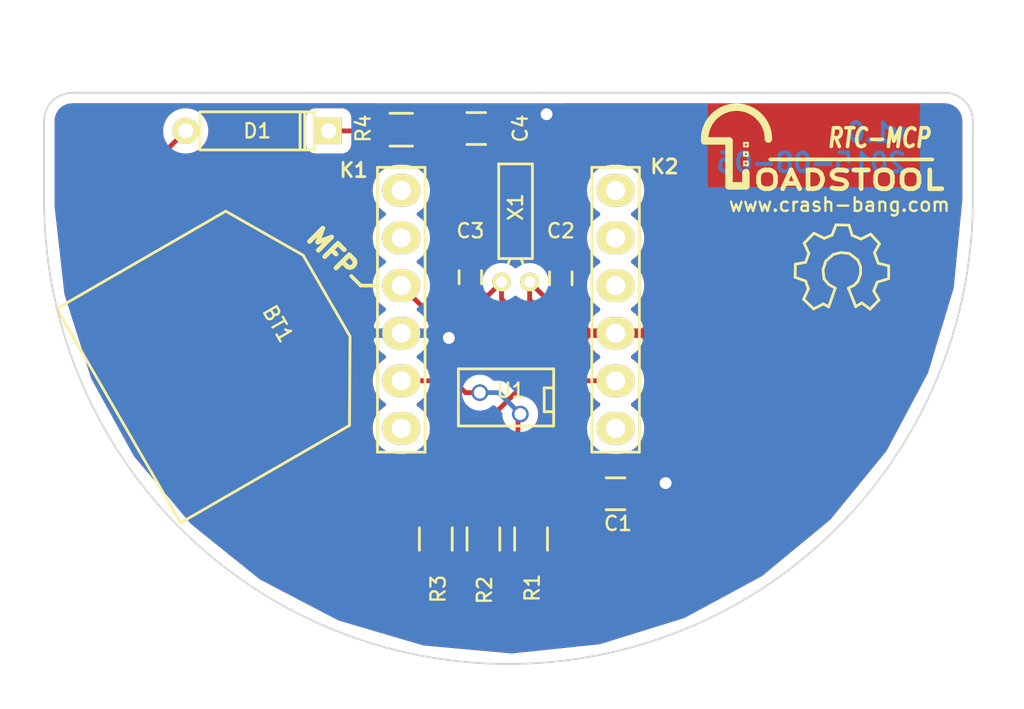
<source format=kicad_pcb>
(kicad_pcb (version 4) (host pcbnew "(2015-04-22 BZR 5620)-product")

  (general
    (links 26)
    (no_connects 0)
    (area 183.464999 98.374999 233.095001 128.955001)
    (thickness 1.6)
    (drawings 13)
    (tracks 76)
    (zones 0)
    (modules 16)
    (nets 18)
  )

  (page A4)
  (title_block
    (title "Toadstool CAP Template")
    (rev 1.0)
    (company "Crash-Bang Prototyping")
  )

  (layers
    (0 F.Cu signal)
    (31 B.Cu signal)
    (32 B.Adhes user)
    (33 F.Adhes user)
    (34 B.Paste user)
    (35 F.Paste user)
    (36 B.SilkS user)
    (37 F.SilkS user)
    (38 B.Mask user)
    (39 F.Mask user)
    (40 Dwgs.User user)
    (41 Cmts.User user)
    (42 Eco1.User user)
    (43 Eco2.User user)
    (44 Edge.Cuts user)
    (45 Margin user)
    (46 B.CrtYd user)
    (47 F.CrtYd user)
    (48 B.Fab user)
    (49 F.Fab user hide)
  )

  (setup
    (last_trace_width 0.254)
    (trace_clearance 0.254)
    (zone_clearance 0.508)
    (zone_45_only no)
    (trace_min 0.254)
    (segment_width 0.2)
    (edge_width 0.1)
    (via_size 0.889)
    (via_drill 0.635)
    (via_min_size 0.889)
    (via_min_drill 0.508)
    (uvia_size 0.508)
    (uvia_drill 0.127)
    (uvias_allowed no)
    (uvia_min_size 0.508)
    (uvia_min_drill 0.127)
    (pcb_text_width 0.3)
    (pcb_text_size 1.5 1.5)
    (mod_edge_width 0.2)
    (mod_text_size 1 1)
    (mod_text_width 0.15)
    (pad_size 5 5)
    (pad_drill 0)
    (pad_to_mask_clearance 0)
    (aux_axis_origin 0 0)
    (visible_elements 7FFFFFFF)
    (pcbplotparams
      (layerselection 0x010e0_80000001)
      (usegerberextensions true)
      (excludeedgelayer true)
      (linewidth 0.100000)
      (plotframeref false)
      (viasonmask false)
      (mode 1)
      (useauxorigin false)
      (hpglpennumber 1)
      (hpglpenspeed 20)
      (hpglpendiameter 15)
      (hpglpenoverlay 2)
      (psnegative false)
      (psa4output false)
      (plotreference true)
      (plotvalue true)
      (plotinvisibletext false)
      (padsonsilk false)
      (subtractmaskfromsilk false)
      (outputformat 1)
      (mirror false)
      (drillshape 0)
      (scaleselection 1)
      (outputdirectory Gerber/))
  )

  (net 0 "")
  (net 1 GND)
  (net 2 VCC)
  (net 3 "Net-(C2-Pad1)")
  (net 4 "Net-(C3-Pad1)")
  (net 5 "Net-(C4-Pad2)")
  (net 6 "Net-(D1-Pad2)")
  (net 7 "Net-(BT1-Pad1)")
  (net 8 "Net-(K1-Pad1)")
  (net 9 "Net-(K1-Pad2)")
  (net 10 /SS2)
  (net 11 /SDA)
  (net 12 "Net-(K1-Pad6)")
  (net 13 "Net-(K2-Pad1)")
  (net 14 "Net-(K2-Pad2)")
  (net 15 "Net-(K2-Pad3)")
  (net 16 /SCL)
  (net 17 "Net-(K2-Pad6)")

  (net_class Default "This is the default net class."
    (clearance 0.254)
    (trace_width 0.254)
    (via_dia 0.889)
    (via_drill 0.635)
    (uvia_dia 0.508)
    (uvia_drill 0.127)
    (add_net /SCL)
    (add_net /SDA)
    (add_net /SS2)
    (add_net GND)
    (add_net "Net-(BT1-Pad1)")
    (add_net "Net-(C2-Pad1)")
    (add_net "Net-(C3-Pad1)")
    (add_net "Net-(C4-Pad2)")
    (add_net "Net-(D1-Pad2)")
    (add_net "Net-(K1-Pad1)")
    (add_net "Net-(K1-Pad2)")
    (add_net "Net-(K1-Pad6)")
    (add_net "Net-(K2-Pad1)")
    (add_net "Net-(K2-Pad2)")
    (add_net "Net-(K2-Pad3)")
    (add_net "Net-(K2-Pad6)")
    (add_net VCC)
  )

  (module Toadstool:Toadstool_Logo (layer F.Cu) (tedit 54A981A5) (tstamp 54A98245)
    (at 225.044 101.092)
    (fp_text reference Toadstool_Logo (at 12.954 1.524) (layer F.SilkS) hide
      (effects (font (size 1 1) (thickness 0.15)))
    )
    (fp_text value LOGO** (at 0 -1.4) (layer F.SilkS) hide
      (effects (font (size 1 1) (thickness 0.15)))
    )
    (fp_line (start -4.2 0.2) (end -4.2 0) (layer F.SilkS) (width 0.1))
    (fp_line (start -4.2 0) (end -4 0) (layer F.SilkS) (width 0.1))
    (fp_line (start -4 0) (end -4 0.2) (layer F.SilkS) (width 0.1))
    (fp_line (start -4 0.2) (end -4.2 0.2) (layer F.SilkS) (width 0.1))
    (fp_line (start -4.2 0.7) (end -4.2 0.5) (layer F.SilkS) (width 0.1))
    (fp_line (start -4.2 0.5) (end -4 0.5) (layer F.SilkS) (width 0.1))
    (fp_line (start -4 0.5) (end -4 0.7) (layer F.SilkS) (width 0.1))
    (fp_line (start -4 0.7) (end -4.2 0.7) (layer F.SilkS) (width 0.1))
    (fp_line (start -4.2 1.2) (end -4.2 1) (layer F.SilkS) (width 0.1))
    (fp_line (start -4.2 1) (end -4 1) (layer F.SilkS) (width 0.1))
    (fp_line (start -4 1) (end -4 1.2) (layer F.SilkS) (width 0.1))
    (fp_line (start -4 1.2) (end -4.2 1.2) (layer F.SilkS) (width 0.1))
    (fp_text user OADSTOOL (at 1.4 2) (layer F.SilkS)
      (effects (font (size 1 1.35) (thickness 0.25)))
    )
    (fp_line (start -5 2.3) (end -4.1 2.3) (layer F.SilkS) (width 0.4))
    (fp_line (start -4.1 2.3) (end -4.1 1.6) (layer F.SilkS) (width 0.4))
    (fp_line (start -5 -0.1) (end -5 2.3) (layer F.SilkS) (width 0.4))
    (fp_line (start -6.3 -0.1) (end -5 -0.1) (layer F.SilkS) (width 0.4))
    (fp_arc (start -4.6 -0.2) (end -6.3 -0.2) (angle 180) (layer F.SilkS) (width 0.4))
  )

  (module Toadstool:Socket_Strip_Stackable_1x06 (layer F.Cu) (tedit 553271CC) (tstamp 55178E1B)
    (at 202.565 103.632 270)
    (descr "Through hole socket strip")
    (tags "socket strip")
    (path /5511B90D)
    (fp_text reference K1 (at -1.0795 2.54 360) (layer F.SilkS)
      (effects (font (size 0.762 0.762) (thickness 0.15)))
    )
    (fp_text value CAP_CONN_LHS (at 6.604 2.54 270) (layer F.SilkS) hide
      (effects (font (size 1 1) (thickness 0.15)))
    )
    (fp_line (start -1.75 -1.75) (end -1.75 1.75) (layer F.CrtYd) (width 0.05))
    (fp_line (start 14.45 -1.75) (end 14.45 1.75) (layer F.CrtYd) (width 0.05))
    (fp_line (start -1.75 -1.75) (end 14.45 -1.75) (layer F.CrtYd) (width 0.05))
    (fp_line (start -1.75 1.75) (end 14.45 1.75) (layer F.CrtYd) (width 0.05))
    (fp_line (start -1.22 1.27) (end 13.97 1.27) (layer F.SilkS) (width 0.15))
    (fp_line (start 13.97 1.27) (end 13.97 -1.27) (layer F.SilkS) (width 0.15))
    (fp_line (start 13.97 -1.27) (end -1.22 -1.27) (layer F.SilkS) (width 0.15))
    (fp_line (start -1.23 1.27) (end -1.23 -1.27) (layer F.SilkS) (width 0.15))
    (pad 1 thru_hole oval (at 0 0 270) (size 1.7272 2.032) (drill 1.016) (layers *.Cu *.Mask F.SilkS)
      (net 8 "Net-(K1-Pad1)"))
    (pad 2 thru_hole oval (at 2.54 0 270) (size 1.7272 2.032) (drill 1.016) (layers *.Cu *.Mask F.SilkS)
      (net 9 "Net-(K1-Pad2)"))
    (pad 3 thru_hole oval (at 5.08 0 270) (size 1.7272 2.032) (drill 1.016) (layers *.Cu *.Mask F.SilkS)
      (net 10 /SS2))
    (pad 4 thru_hole oval (at 7.62 0 270) (size 1.7272 2.032) (drill 1.016) (layers *.Cu *.Mask F.SilkS)
      (net 1 GND))
    (pad 5 thru_hole oval (at 10.16 0 270) (size 1.7272 2.032) (drill 1.016) (layers *.Cu *.Mask F.SilkS)
      (net 11 /SDA))
    (pad 6 thru_hole oval (at 12.7 0 270) (size 1.7272 2.032) (drill 1.016) (layers *.Cu *.Mask F.SilkS)
      (net 12 "Net-(K1-Pad6)"))
    (model "E:/OneDrive/KiCad Projects/3D Components/Socket_Strip_Stackable_1x06.wrl"
      (at (xyz 0.25 0 0))
      (scale (xyz 1 1 1))
      (rotate (xyz 0 0 180))
    )
  )

  (module Toadstool:Socket_Strip_Stackable_1x06 (layer F.Cu) (tedit 55312484) (tstamp 5511AFBD)
    (at 213.995 103.632 270)
    (descr "Through hole socket strip")
    (tags "socket strip")
    (path /5511B5B6)
    (fp_text reference K2 (at -1.27 -2.6035 360) (layer F.SilkS)
      (effects (font (size 0.762 0.762) (thickness 0.15)))
    )
    (fp_text value CAP_CONN_RHS (at 6.35 -2.794 270) (layer F.SilkS) hide
      (effects (font (size 1 1) (thickness 0.15)))
    )
    (fp_line (start -1.75 -1.75) (end -1.75 1.75) (layer F.CrtYd) (width 0.05))
    (fp_line (start 14.45 -1.75) (end 14.45 1.75) (layer F.CrtYd) (width 0.05))
    (fp_line (start -1.75 -1.75) (end 14.45 -1.75) (layer F.CrtYd) (width 0.05))
    (fp_line (start -1.75 1.75) (end 14.45 1.75) (layer F.CrtYd) (width 0.05))
    (fp_line (start -1.22 1.27) (end 13.97 1.27) (layer F.SilkS) (width 0.15))
    (fp_line (start 13.97 1.27) (end 13.97 -1.27) (layer F.SilkS) (width 0.15))
    (fp_line (start 13.97 -1.27) (end -1.22 -1.27) (layer F.SilkS) (width 0.15))
    (fp_line (start -1.23 1.27) (end -1.23 -1.27) (layer F.SilkS) (width 0.15))
    (pad 1 thru_hole oval (at 0 0 270) (size 1.7272 2.032) (drill 1.016) (layers *.Cu *.Mask F.SilkS)
      (net 13 "Net-(K2-Pad1)"))
    (pad 2 thru_hole oval (at 2.54 0 270) (size 1.7272 2.032) (drill 1.016) (layers *.Cu *.Mask F.SilkS)
      (net 14 "Net-(K2-Pad2)"))
    (pad 3 thru_hole oval (at 5.08 0 270) (size 1.7272 2.032) (drill 1.016) (layers *.Cu *.Mask F.SilkS)
      (net 15 "Net-(K2-Pad3)"))
    (pad 4 thru_hole oval (at 7.62 0 270) (size 1.7272 2.032) (drill 1.016) (layers *.Cu *.Mask F.SilkS)
      (net 2 VCC))
    (pad 5 thru_hole oval (at 10.16 0 270) (size 1.7272 2.032) (drill 1.016) (layers *.Cu *.Mask F.SilkS)
      (net 16 /SCL))
    (pad 6 thru_hole oval (at 12.7 0 270) (size 1.7272 2.032) (drill 1.016) (layers *.Cu *.Mask F.SilkS)
      (net 17 "Net-(K2-Pad6)"))
    (model "E:/OneDrive/KiCad Projects/3D Components/Socket_Strip_Stackable_1x06.wrl"
      (at (xyz 0.25 0 0))
      (scale (xyz 1 1 1))
      (rotate (xyz 0 0 180))
    )
  )

  (module Capacitors_SMD:C_0805 (layer F.Cu) (tedit 553271BB) (tstamp 551A4015)
    (at 213.995 119.8245)
    (descr "Capacitor SMD 0805, reflow soldering, AVX (see smccp.pdf)")
    (tags "capacitor 0805")
    (path /5517CEDB)
    (attr smd)
    (fp_text reference C1 (at 0.127 1.5875) (layer F.SilkS)
      (effects (font (size 0.762 0.762) (thickness 0.127)))
    )
    (fp_text value 0.1uF (at -0.127 -3.4925) (layer F.Fab) hide
      (effects (font (size 1 1) (thickness 0.15)))
    )
    (fp_line (start -1.8 -1) (end 1.8 -1) (layer F.CrtYd) (width 0.05))
    (fp_line (start -1.8 1) (end 1.8 1) (layer F.CrtYd) (width 0.05))
    (fp_line (start -1.8 -1) (end -1.8 1) (layer F.CrtYd) (width 0.05))
    (fp_line (start 1.8 -1) (end 1.8 1) (layer F.CrtYd) (width 0.05))
    (fp_line (start 0.5 -0.85) (end -0.5 -0.85) (layer F.SilkS) (width 0.15))
    (fp_line (start -0.5 0.85) (end 0.5 0.85) (layer F.SilkS) (width 0.15))
    (pad 1 smd rect (at -1 0) (size 1 1.25) (layers F.Cu F.Paste F.Mask)
      (net 2 VCC))
    (pad 2 smd rect (at 1 0) (size 1 1.25) (layers F.Cu F.Paste F.Mask)
      (net 1 GND))
    (model Capacitors_SMD.3dshapes/C_0805.wrl
      (at (xyz 0 0 0))
      (scale (xyz 1 1 1))
      (rotate (xyz 0 0 0))
    )
  )

  (module Capacitors_SMD:C_0603_HandSoldering (layer F.Cu) (tedit 5532715C) (tstamp 551A4021)
    (at 211.074 108.331 90)
    (descr "Capacitor SMD 0603, hand soldering")
    (tags "capacitor 0603")
    (path /5517C4CD)
    (attr smd)
    (fp_text reference C2 (at 2.54 0 180) (layer F.SilkS)
      (effects (font (size 0.762 0.762) (thickness 0.127)))
    )
    (fp_text value 8.2pF (at -5.842 1.0795 90) (layer F.Fab) hide
      (effects (font (size 1 1) (thickness 0.15)))
    )
    (fp_line (start -1.85 -0.75) (end 1.85 -0.75) (layer F.CrtYd) (width 0.05))
    (fp_line (start -1.85 0.75) (end 1.85 0.75) (layer F.CrtYd) (width 0.05))
    (fp_line (start -1.85 -0.75) (end -1.85 0.75) (layer F.CrtYd) (width 0.05))
    (fp_line (start 1.85 -0.75) (end 1.85 0.75) (layer F.CrtYd) (width 0.05))
    (fp_line (start -0.35 -0.6) (end 0.35 -0.6) (layer F.SilkS) (width 0.15))
    (fp_line (start 0.35 0.6) (end -0.35 0.6) (layer F.SilkS) (width 0.15))
    (pad 1 smd rect (at -0.95 0 90) (size 1.2 0.75) (layers F.Cu F.Paste F.Mask)
      (net 3 "Net-(C2-Pad1)"))
    (pad 2 smd rect (at 0.95 0 90) (size 1.2 0.75) (layers F.Cu F.Paste F.Mask)
      (net 1 GND))
    (model Capacitors_SMD.3dshapes/C_0603_HandSoldering.wrl
      (at (xyz 0 0 0))
      (scale (xyz 1 1 1))
      (rotate (xyz 0 0 0))
    )
  )

  (module Capacitors_SMD:C_0603_HandSoldering (layer F.Cu) (tedit 55327150) (tstamp 551A402D)
    (at 206.248 108.2675 90)
    (descr "Capacitor SMD 0603, hand soldering")
    (tags "capacitor 0603")
    (path /5517B0A7)
    (attr smd)
    (fp_text reference C3 (at 2.4765 0 180) (layer F.SilkS)
      (effects (font (size 0.762 0.762) (thickness 0.127)))
    )
    (fp_text value 8.2pF (at -6.0325 -2.8575 90) (layer F.Fab) hide
      (effects (font (size 1 1) (thickness 0.15)))
    )
    (fp_line (start -1.85 -0.75) (end 1.85 -0.75) (layer F.CrtYd) (width 0.05))
    (fp_line (start -1.85 0.75) (end 1.85 0.75) (layer F.CrtYd) (width 0.05))
    (fp_line (start -1.85 -0.75) (end -1.85 0.75) (layer F.CrtYd) (width 0.05))
    (fp_line (start 1.85 -0.75) (end 1.85 0.75) (layer F.CrtYd) (width 0.05))
    (fp_line (start -0.35 -0.6) (end 0.35 -0.6) (layer F.SilkS) (width 0.15))
    (fp_line (start 0.35 0.6) (end -0.35 0.6) (layer F.SilkS) (width 0.15))
    (pad 1 smd rect (at -0.95 0 90) (size 1.2 0.75) (layers F.Cu F.Paste F.Mask)
      (net 4 "Net-(C3-Pad1)"))
    (pad 2 smd rect (at 0.95 0 90) (size 1.2 0.75) (layers F.Cu F.Paste F.Mask)
      (net 1 GND))
    (model Capacitors_SMD.3dshapes/C_0603_HandSoldering.wrl
      (at (xyz 0 0 0))
      (scale (xyz 1 1 1))
      (rotate (xyz 0 0 0))
    )
  )

  (module Capacitors_SMD:C_0805 (layer F.Cu) (tedit 55334670) (tstamp 551A4039)
    (at 206.5655 100.33 180)
    (descr "Capacitor SMD 0805, reflow soldering, AVX (see smccp.pdf)")
    (tags "capacitor 0805")
    (path /5517CFAA)
    (attr smd)
    (fp_text reference C4 (at -2.3495 0 270) (layer F.SilkS)
      (effects (font (size 0.762 0.762) (thickness 0.127)))
    )
    (fp_text value 100pF (at 0 2.1 180) (layer F.Fab) hide
      (effects (font (size 1 1) (thickness 0.15)))
    )
    (fp_line (start -1.8 -1) (end 1.8 -1) (layer F.CrtYd) (width 0.05))
    (fp_line (start -1.8 1) (end 1.8 1) (layer F.CrtYd) (width 0.05))
    (fp_line (start -1.8 -1) (end -1.8 1) (layer F.CrtYd) (width 0.05))
    (fp_line (start 1.8 -1) (end 1.8 1) (layer F.CrtYd) (width 0.05))
    (fp_line (start 0.5 -0.85) (end -0.5 -0.85) (layer F.SilkS) (width 0.15))
    (fp_line (start -0.5 0.85) (end 0.5 0.85) (layer F.SilkS) (width 0.15))
    (pad 1 smd rect (at -1 0 180) (size 1 1.25) (layers F.Cu F.Paste F.Mask)
      (net 1 GND))
    (pad 2 smd rect (at 1 0 180) (size 1 1.25) (layers F.Cu F.Paste F.Mask)
      (net 5 "Net-(C4-Pad2)"))
    (model Capacitors_SMD.3dshapes/C_0805.wrl
      (at (xyz 0 0 0))
      (scale (xyz 1 1 1))
      (rotate (xyz 0 0 0))
    )
  )

  (module Toadstool:Diode_D3 (layer F.Cu) (tedit 553270FC) (tstamp 551A4049)
    (at 194.8815 100.457)
    (descr "Diode 3")
    (tags DIODE)
    (path /5517D36A)
    (fp_text reference D1 (at 0 0) (layer F.SilkS)
      (effects (font (size 0.762 0.762) (thickness 0.127)))
    )
    (fp_text value DIODE (at -0.0635 -1.905) (layer F.Fab) hide
      (effects (font (size 1 1) (thickness 0.15)))
    )
    (fp_line (start 3.81 0) (end 3.048 0) (layer F.SilkS) (width 0.15))
    (fp_line (start 3.048 0) (end 3.048 -1.016) (layer F.SilkS) (width 0.15))
    (fp_line (start 3.048 -1.016) (end -3.048 -1.016) (layer F.SilkS) (width 0.15))
    (fp_line (start -3.048 -1.016) (end -3.048 0) (layer F.SilkS) (width 0.15))
    (fp_line (start -3.048 0) (end -3.81 0) (layer F.SilkS) (width 0.15))
    (fp_line (start -3.048 0) (end -3.048 1.016) (layer F.SilkS) (width 0.15))
    (fp_line (start -3.048 1.016) (end 3.048 1.016) (layer F.SilkS) (width 0.15))
    (fp_line (start 3.048 1.016) (end 3.048 0) (layer F.SilkS) (width 0.15))
    (fp_line (start 2.54 -1.016) (end 2.54 1.016) (layer F.SilkS) (width 0.15))
    (fp_line (start 2.286 1.016) (end 2.286 -1.016) (layer F.SilkS) (width 0.15))
    (pad 2 thru_hole rect (at 3.81 0) (size 1.397 1.397) (drill 0.8128) (layers *.Cu *.Mask F.SilkS)
      (net 6 "Net-(D1-Pad2)"))
    (pad 1 thru_hole circle (at -3.81 0) (size 1.397 1.397) (drill 0.8128) (layers *.Cu *.Mask F.SilkS)
      (net 7 "Net-(BT1-Pad1)"))
    (model "E:/OneDrive/KiCad Projects/3D Components/diode.wrl"
      (at (xyz 0 0 0))
      (scale (xyz 1 1 1))
      (rotate (xyz 0 0 0))
    )
  )

  (module Resistors_SMD:R_0805 (layer F.Cu) (tedit 55327185) (tstamp 551A4055)
    (at 209.4865 122.2375 90)
    (descr "Resistor SMD 0805, reflow soldering, Vishay (see dcrcw.pdf)")
    (tags "resistor 0805")
    (path /5517B341)
    (attr smd)
    (fp_text reference R1 (at -2.6035 0.0635 90) (layer F.SilkS)
      (effects (font (size 0.762 0.762) (thickness 0.127)))
    )
    (fp_text value 10k (at 0 2.1 90) (layer F.Fab) hide
      (effects (font (size 1 1) (thickness 0.15)))
    )
    (fp_line (start -1.6 -1) (end 1.6 -1) (layer F.CrtYd) (width 0.05))
    (fp_line (start -1.6 1) (end 1.6 1) (layer F.CrtYd) (width 0.05))
    (fp_line (start -1.6 -1) (end -1.6 1) (layer F.CrtYd) (width 0.05))
    (fp_line (start 1.6 -1) (end 1.6 1) (layer F.CrtYd) (width 0.05))
    (fp_line (start 0.6 0.875) (end -0.6 0.875) (layer F.SilkS) (width 0.15))
    (fp_line (start -0.6 -0.875) (end 0.6 -0.875) (layer F.SilkS) (width 0.15))
    (pad 1 smd rect (at -0.95 0 90) (size 0.7 1.3) (layers F.Cu F.Paste F.Mask)
      (net 2 VCC))
    (pad 2 smd rect (at 0.95 0 90) (size 0.7 1.3) (layers F.Cu F.Paste F.Mask)
      (net 10 /SS2))
    (model Resistors_SMD.3dshapes/R_0805.wrl
      (at (xyz 0 0 0))
      (scale (xyz 1 1 1))
      (rotate (xyz 0 0 0))
    )
  )

  (module Resistors_SMD:R_0805 (layer F.Cu) (tedit 5532719B) (tstamp 551A4061)
    (at 206.9465 122.2375 90)
    (descr "Resistor SMD 0805, reflow soldering, Vishay (see dcrcw.pdf)")
    (tags "resistor 0805")
    (path /5517B508)
    (attr smd)
    (fp_text reference R2 (at -2.7305 0.0635 90) (layer F.SilkS)
      (effects (font (size 0.762 0.762) (thickness 0.127)))
    )
    (fp_text value 2.2k (at -5.3975 0.0635 90) (layer F.Fab) hide
      (effects (font (size 1 1) (thickness 0.15)))
    )
    (fp_line (start -1.6 -1) (end 1.6 -1) (layer F.CrtYd) (width 0.05))
    (fp_line (start -1.6 1) (end 1.6 1) (layer F.CrtYd) (width 0.05))
    (fp_line (start -1.6 -1) (end -1.6 1) (layer F.CrtYd) (width 0.05))
    (fp_line (start 1.6 -1) (end 1.6 1) (layer F.CrtYd) (width 0.05))
    (fp_line (start 0.6 0.875) (end -0.6 0.875) (layer F.SilkS) (width 0.15))
    (fp_line (start -0.6 -0.875) (end 0.6 -0.875) (layer F.SilkS) (width 0.15))
    (pad 1 smd rect (at -0.95 0 90) (size 0.7 1.3) (layers F.Cu F.Paste F.Mask)
      (net 2 VCC))
    (pad 2 smd rect (at 0.95 0 90) (size 0.7 1.3) (layers F.Cu F.Paste F.Mask)
      (net 16 /SCL))
    (model Resistors_SMD.3dshapes/R_0805.wrl
      (at (xyz 0 0 0))
      (scale (xyz 1 1 1))
      (rotate (xyz 0 0 0))
    )
  )

  (module Resistors_SMD:R_0805 (layer F.Cu) (tedit 5532719E) (tstamp 551A406D)
    (at 204.4065 122.2375 90)
    (descr "Resistor SMD 0805, reflow soldering, Vishay (see dcrcw.pdf)")
    (tags "resistor 0805")
    (path /5517B52C)
    (attr smd)
    (fp_text reference R3 (at -2.667 0.127 90) (layer F.SilkS)
      (effects (font (size 0.762 0.762) (thickness 0.127)))
    )
    (fp_text value 2.2k (at -5.6515 -0.0635 90) (layer F.Fab) hide
      (effects (font (size 1 1) (thickness 0.15)))
    )
    (fp_line (start -1.6 -1) (end 1.6 -1) (layer F.CrtYd) (width 0.05))
    (fp_line (start -1.6 1) (end 1.6 1) (layer F.CrtYd) (width 0.05))
    (fp_line (start -1.6 -1) (end -1.6 1) (layer F.CrtYd) (width 0.05))
    (fp_line (start 1.6 -1) (end 1.6 1) (layer F.CrtYd) (width 0.05))
    (fp_line (start 0.6 0.875) (end -0.6 0.875) (layer F.SilkS) (width 0.15))
    (fp_line (start -0.6 -0.875) (end 0.6 -0.875) (layer F.SilkS) (width 0.15))
    (pad 1 smd rect (at -0.95 0 90) (size 0.7 1.3) (layers F.Cu F.Paste F.Mask)
      (net 2 VCC))
    (pad 2 smd rect (at 0.95 0 90) (size 0.7 1.3) (layers F.Cu F.Paste F.Mask)
      (net 11 /SDA))
    (model Resistors_SMD.3dshapes/R_0805.wrl
      (at (xyz 0 0 0))
      (scale (xyz 1 1 1))
      (rotate (xyz 0 0 0))
    )
  )

  (module Resistors_SMD:R_0805 (layer F.Cu) (tedit 5533466D) (tstamp 551A4079)
    (at 202.565 100.3935 180)
    (descr "Resistor SMD 0805, reflow soldering, Vishay (see dcrcw.pdf)")
    (tags "resistor 0805")
    (path /5517D01C)
    (attr smd)
    (fp_text reference R4 (at 2.032 0.0635 270) (layer F.SilkS)
      (effects (font (size 0.762 0.762) (thickness 0.127)))
    )
    (fp_text value 1k (at 0 2.1 180) (layer F.Fab) hide
      (effects (font (size 1 1) (thickness 0.15)))
    )
    (fp_line (start -1.6 -1) (end 1.6 -1) (layer F.CrtYd) (width 0.05))
    (fp_line (start -1.6 1) (end 1.6 1) (layer F.CrtYd) (width 0.05))
    (fp_line (start -1.6 -1) (end -1.6 1) (layer F.CrtYd) (width 0.05))
    (fp_line (start 1.6 -1) (end 1.6 1) (layer F.CrtYd) (width 0.05))
    (fp_line (start 0.6 0.875) (end -0.6 0.875) (layer F.SilkS) (width 0.15))
    (fp_line (start -0.6 -0.875) (end 0.6 -0.875) (layer F.SilkS) (width 0.15))
    (pad 1 smd rect (at -0.95 0 180) (size 0.7 1.3) (layers F.Cu F.Paste F.Mask)
      (net 5 "Net-(C4-Pad2)"))
    (pad 2 smd rect (at 0.95 0 180) (size 0.7 1.3) (layers F.Cu F.Paste F.Mask)
      (net 6 "Net-(D1-Pad2)"))
    (model Resistors_SMD.3dshapes/R_0805.wrl
      (at (xyz 0 0 0))
      (scale (xyz 1 1 1))
      (rotate (xyz 0 0 0))
    )
  )

  (module Toadstool:SOIC-8-SN (layer F.Cu) (tedit 55327176) (tstamp 551A408C)
    (at 208.153 114.681 180)
    (descr "SOIC SN-8")
    (tags "SOIC SN-8")
    (path /55179ECD)
    (attr smd)
    (fp_text reference U1 (at -0.254 0.381 180) (layer F.SilkS)
      (effects (font (size 0.762 0.762) (thickness 0.127)))
    )
    (fp_text value MCP7400 (at 0 -1.397 180) (layer F.SilkS) hide
      (effects (font (size 1 1) (thickness 0.15)))
    )
    (fp_line (start -2.54 -1.524) (end 2.54 -1.524) (layer F.SilkS) (width 0.15))
    (fp_line (start 2.54 -1.524) (end 2.54 1.524) (layer F.SilkS) (width 0.15))
    (fp_line (start 2.54 1.524) (end -2.54 1.524) (layer F.SilkS) (width 0.15))
    (fp_line (start -2.54 1.524) (end -2.54 -1.524) (layer F.SilkS) (width 0.15))
    (fp_line (start -2.54 -0.762) (end -2.032 -0.762) (layer F.SilkS) (width 0.15))
    (fp_line (start -2.032 -0.762) (end -2.032 0.508) (layer F.SilkS) (width 0.15))
    (fp_line (start -2.032 0.508) (end -2.54 0.508) (layer F.SilkS) (width 0.15))
    (pad 8 smd rect (at -1.905 -2.7 180) (size 0.6 1.55) (layers F.Cu F.Paste F.Mask)
      (net 2 VCC))
    (pad 7 smd rect (at -0.635 -2.7 180) (size 0.6 1.55) (layers F.Cu F.Paste F.Mask)
      (net 10 /SS2))
    (pad 6 smd rect (at 0.635 -2.7 180) (size 0.6 1.55) (layers F.Cu F.Paste F.Mask)
      (net 16 /SCL))
    (pad 5 smd rect (at 1.905 -2.7 180) (size 0.6 1.55) (layers F.Cu F.Paste F.Mask)
      (net 11 /SDA))
    (pad 4 smd rect (at 1.905 2.7 180) (size 0.6 1.55) (layers F.Cu F.Paste F.Mask)
      (net 1 GND))
    (pad 3 smd rect (at 0.635 2.7 180) (size 0.6 1.55) (layers F.Cu F.Paste F.Mask)
      (net 5 "Net-(C4-Pad2)"))
    (pad 2 smd rect (at -0.635 2.7 180) (size 0.6 1.55) (layers F.Cu F.Paste F.Mask)
      (net 4 "Net-(C3-Pad1)"))
    (pad 1 smd rect (at -1.905 2.7 180) (size 0.6 1.55) (layers F.Cu F.Paste F.Mask)
      (net 3 "Net-(C2-Pad1)"))
    (model Housings_SOIC/SOIC-8_3.9x4.9mm_Pitch1.27mm.wrl
      (at (xyz 0 0 0))
      (scale (xyz 1 1 1))
      (rotate (xyz 0 0 -90))
    )
  )

  (module Toadstool:CR1220_Keystone_3000 (layer F.Cu) (tedit 553271F0) (tstamp 5531254F)
    (at 193.04 112.4585 120)
    (path /5517B1D6)
    (fp_text reference BT1 (at 0 3.4 120) (layer F.SilkS)
      (effects (font (size 0.762 0.762) (thickness 0.127)))
    )
    (fp_text value BATTERY (at 0.009729 -3.953851 120) (layer F.SilkS) hide
      (effects (font (size 1 1) (thickness 0.15)))
    )
    (fp_line (start 6.6 4) (end 2.5 6.4) (layer F.SilkS) (width 0.15))
    (fp_line (start -6.6 4) (end -2.5 6.4) (layer F.SilkS) (width 0.15))
    (fp_line (start -6.6 -6.4) (end 6.6 -6.4) (layer F.SilkS) (width 0.15))
    (fp_line (start -2.5 6.4) (end 2.5 6.4) (layer F.SilkS) (width 0.15))
    (fp_line (start 6.6 -6.35) (end 6.6 4) (layer F.SilkS) (width 0.15))
    (fp_line (start -6.6 -6.35) (end -6.6 4) (layer F.SilkS) (width 0.15))
    (pad 1 smd rect (at -9.017 0 120) (size 5 5) (layers F.Cu F.Paste F.Mask)
      (net 7 "Net-(BT1-Pad1)"))
    (pad 1 smd rect (at 9.017 0 120) (size 5 5) (layers F.Cu F.Paste F.Mask)
      (net 7 "Net-(BT1-Pad1)"))
    (pad 2 smd rect (at 0 0 120) (size 5 5) (layers F.Cu F.Paste F.Mask)
      (net 1 GND))
  )

  (module Crystals:Crystal_Round_Horizontal_2mm (layer F.Cu) (tedit 55327164) (tstamp 55312715)
    (at 208.661 108.5215)
    (descr "Crystal, Quarz, Rundgehaeuse, round, horizontal, liegend, Uhrenquarz, Diam. 2mm,")
    (tags "Crystal, Quarz, Rundgehaeuse, round, horizontal, liegend, Uhrenquarz, Diam. 2mm,")
    (path /5517B0F6)
    (fp_text reference X1 (at 0 -4.0005 90) (layer F.SilkS)
      (effects (font (size 0.762 0.762) (thickness 0.127)))
    )
    (fp_text value "32.768 kHz" (at 8.128 8.128) (layer F.Fab) hide
      (effects (font (size 1 1) (thickness 0.15)))
    )
    (fp_line (start -0.29972 -1.24968) (end -0.39878 -0.94996) (layer F.SilkS) (width 0.15))
    (fp_line (start 0.29972 -1.24968) (end 0.39878 -0.94996) (layer F.SilkS) (width 0.15))
    (fp_line (start 0.89916 -1.24968) (end 0.89916 -6.2992) (layer F.SilkS) (width 0.15))
    (fp_line (start 0.89916 -6.2992) (end -0.89916 -6.2992) (layer F.SilkS) (width 0.15))
    (fp_line (start -0.89916 -6.2992) (end -0.89916 -1.24968) (layer F.SilkS) (width 0.15))
    (fp_line (start 0.89916 -1.24968) (end -0.89916 -1.24968) (layer F.SilkS) (width 0.15))
    (pad 1 thru_hole circle (at -0.7493 0) (size 1.00076 1.00076) (drill 0.59944) (layers *.Cu *.Mask F.SilkS)
      (net 4 "Net-(C3-Pad1)"))
    (pad 2 thru_hole circle (at 0.7493 0) (size 1.00076 1.00076) (drill 0.59944) (layers *.Cu *.Mask F.SilkS)
      (net 3 "Net-(C2-Pad1)"))
  )

  (module Toadstool:Symbol_OSHW-Logo_SilkScreen (layer F.Cu) (tedit 55184E39) (tstamp 55C32C5A)
    (at 226.06 107.95)
    (descr "Symbol, OSHW-Logo, Silk Screen,")
    (tags "Symbol, OSHW-Logo, Silk Screen,")
    (fp_text reference REF** (at -0.127 -3.302) (layer F.SilkS) hide
      (effects (font (size 1 1) (thickness 0.15)))
    )
    (fp_text value Symbol_OSHW-Logo_SilkScreen (at 0 3.175) (layer F.Fab) hide
      (effects (font (size 1 1) (thickness 0.15)))
    )
    (fp_line (start -1.78054 0.92964) (end -2.03962 1.49098) (layer F.SilkS) (width 0.15))
    (fp_line (start -2.03962 1.49098) (end -1.50114 2.00914) (layer F.SilkS) (width 0.15))
    (fp_line (start -1.50114 2.00914) (end -0.98044 1.7399) (layer F.SilkS) (width 0.15))
    (fp_line (start -0.98044 1.7399) (end -0.70104 1.89992) (layer F.SilkS) (width 0.15))
    (fp_line (start 0.73914 1.8796) (end 1.06934 1.6891) (layer F.SilkS) (width 0.15))
    (fp_line (start 1.06934 1.6891) (end 1.50876 2.0193) (layer F.SilkS) (width 0.15))
    (fp_line (start 1.50876 2.0193) (end 1.9812 1.52908) (layer F.SilkS) (width 0.15))
    (fp_line (start 1.9812 1.52908) (end 1.69926 1.04902) (layer F.SilkS) (width 0.15))
    (fp_line (start 1.69926 1.04902) (end 1.88976 0.57912) (layer F.SilkS) (width 0.15))
    (fp_line (start 1.88976 0.57912) (end 2.49936 0.39116) (layer F.SilkS) (width 0.15))
    (fp_line (start 2.49936 0.39116) (end 2.49936 -0.28956) (layer F.SilkS) (width 0.15))
    (fp_line (start 2.49936 -0.28956) (end 1.94056 -0.42926) (layer F.SilkS) (width 0.15))
    (fp_line (start 1.94056 -0.42926) (end 1.7399 -1.00076) (layer F.SilkS) (width 0.15))
    (fp_line (start 1.7399 -1.00076) (end 2.00914 -1.47066) (layer F.SilkS) (width 0.15))
    (fp_line (start 2.00914 -1.47066) (end 1.53924 -1.9812) (layer F.SilkS) (width 0.15))
    (fp_line (start 1.53924 -1.9812) (end 1.02108 -1.71958) (layer F.SilkS) (width 0.15))
    (fp_line (start 1.02108 -1.71958) (end 0.55118 -1.92024) (layer F.SilkS) (width 0.15))
    (fp_line (start 0.55118 -1.92024) (end 0.381 -2.46126) (layer F.SilkS) (width 0.15))
    (fp_line (start 0.381 -2.46126) (end -0.30988 -2.47904) (layer F.SilkS) (width 0.15))
    (fp_line (start -0.30988 -2.47904) (end -0.5207 -1.9304) (layer F.SilkS) (width 0.15))
    (fp_line (start -0.5207 -1.9304) (end -0.9398 -1.76022) (layer F.SilkS) (width 0.15))
    (fp_line (start -0.9398 -1.76022) (end -1.49098 -2.02946) (layer F.SilkS) (width 0.15))
    (fp_line (start -1.49098 -2.02946) (end -2.00914 -1.50114) (layer F.SilkS) (width 0.15))
    (fp_line (start -2.00914 -1.50114) (end -1.76022 -0.96012) (layer F.SilkS) (width 0.15))
    (fp_line (start -1.76022 -0.96012) (end -1.9304 -0.48006) (layer F.SilkS) (width 0.15))
    (fp_line (start -1.9304 -0.48006) (end -2.47904 -0.381) (layer F.SilkS) (width 0.15))
    (fp_line (start -2.47904 -0.381) (end -2.4892 0.32004) (layer F.SilkS) (width 0.15))
    (fp_line (start -2.4892 0.32004) (end -1.9304 0.5207) (layer F.SilkS) (width 0.15))
    (fp_line (start -1.9304 0.5207) (end -1.7907 0.91948) (layer F.SilkS) (width 0.15))
    (fp_line (start 0.35052 0.89916) (end 0.65024 0.7493) (layer F.SilkS) (width 0.15))
    (fp_line (start 0.65024 0.7493) (end 0.8509 0.55118) (layer F.SilkS) (width 0.15))
    (fp_line (start 0.8509 0.55118) (end 1.00076 0.14986) (layer F.SilkS) (width 0.15))
    (fp_line (start 1.00076 0.14986) (end 1.00076 -0.24892) (layer F.SilkS) (width 0.15))
    (fp_line (start 1.00076 -0.24892) (end 0.8509 -0.59944) (layer F.SilkS) (width 0.15))
    (fp_line (start 0.8509 -0.59944) (end 0.39878 -0.94996) (layer F.SilkS) (width 0.15))
    (fp_line (start 0.39878 -0.94996) (end -0.0508 -1.00076) (layer F.SilkS) (width 0.15))
    (fp_line (start -0.0508 -1.00076) (end -0.44958 -0.89916) (layer F.SilkS) (width 0.15))
    (fp_line (start -0.44958 -0.89916) (end -0.8509 -0.55118) (layer F.SilkS) (width 0.15))
    (fp_line (start -0.8509 -0.55118) (end -1.00076 -0.09906) (layer F.SilkS) (width 0.15))
    (fp_line (start -1.00076 -0.09906) (end -0.94996 0.39878) (layer F.SilkS) (width 0.15))
    (fp_line (start -0.94996 0.39878) (end -0.70104 0.70104) (layer F.SilkS) (width 0.15))
    (fp_line (start -0.70104 0.70104) (end -0.35052 0.89916) (layer F.SilkS) (width 0.15))
    (fp_line (start -0.35052 0.89916) (end -0.70104 1.89992) (layer F.SilkS) (width 0.15))
    (fp_line (start 0.35052 0.89916) (end 0.7493 1.89992) (layer F.SilkS) (width 0.15))
  )

  (gr_line (start 200.406 108.712) (end 199.898 108.204) (angle 90) (layer F.SilkS) (width 0.2))
  (gr_line (start 201.168 108.712) (end 200.406 108.712) (angle 90) (layer F.SilkS) (width 0.2))
  (gr_text MFP (at 198.882 106.934 315) (layer F.SilkS)
    (effects (font (size 1 1) (thickness 0.25)))
  )
  (gr_line (start 222.25 101.981) (end 230.886 101.981) (angle 90) (layer F.SilkS) (width 0.2) (tstamp 54A98297))
  (gr_arc (start 231.545 99.925) (end 231.545 98.425) (angle 90) (layer Edge.Cuts) (width 0.1))
  (gr_arc (start 185.015 99.925) (end 183.515 99.925) (angle 90) (layer Edge.Cuts) (width 0.1) (tstamp 54A8ED23))
  (gr_text "v1.0\n2015-08-06" (at 229.616 101.346) (layer B.Cu) (tstamp 550FF1AB)
    (effects (font (size 1 1) (thickness 0.2)) (justify left mirror))
  )
  (gr_text www.crash-bang.com (at 219.964 104.394) (layer F.SilkS)
    (effects (font (size 0.729 0.729) (thickness 0.127)) (justify left))
  )
  (gr_text RTC-MCP (at 230.886 100.838) (layer F.SilkS) (tstamp 550FF192)
    (effects (font (size 1 0.762) (thickness 0.1905) italic) (justify right))
  )
  (gr_line (start 183.515 99.925) (end 183.515 104.14) (angle 90) (layer Edge.Cuts) (width 0.1) (tstamp 54A8E670))
  (gr_line (start 233.045 99.925) (end 233.045 104.14) (angle 90) (layer Edge.Cuts) (width 0.1))
  (gr_arc (start 208.28 104.14) (end 233.045 104.14) (angle 180) (layer Edge.Cuts) (width 0.1) (tstamp 54794431))
  (gr_line (start 231.545 98.425) (end 185.015 98.425) (angle 90) (layer Edge.Cuts) (width 0.1) (tstamp 54A8EBDB))

  (segment (start 193.04 112.4585) (end 194.2465 111.252) (width 0.254) (layer F.Cu) (net 1))
  (segment (start 194.2465 111.252) (end 202.565 111.252) (width 0.254) (layer F.Cu) (net 1) (tstamp 55314715))
  (segment (start 209.677 100.33) (end 209.677 100.203) (width 0.254) (layer F.Cu) (net 1))
  (via (at 210.312 99.568) (size 0.889) (layers F.Cu B.Cu) (net 1))
  (segment (start 209.677 100.203) (end 210.312 99.568) (width 0.254) (layer F.Cu) (net 1) (tstamp 553146EB))
  (segment (start 207.5655 100.33) (end 209.677 100.33) (width 0.254) (layer F.Cu) (net 1))
  (segment (start 209.677 100.33) (end 211.074 101.727) (width 0.254) (layer F.Cu) (net 1) (tstamp 553146BD))
  (segment (start 214.995 119.8245) (end 216.0905 119.8245) (width 0.254) (layer F.Cu) (net 1))
  (via (at 216.662 119.253) (size 0.889) (layers F.Cu B.Cu) (net 1))
  (segment (start 216.0905 119.8245) (end 216.662 119.253) (width 0.254) (layer F.Cu) (net 1) (tstamp 55314688))
  (segment (start 206.248 111.981) (end 205.58 111.981) (width 0.254) (layer F.Cu) (net 1))
  (via (at 205.105 111.506) (size 0.889) (layers F.Cu B.Cu) (net 1))
  (segment (start 205.58 111.981) (end 205.105 111.506) (width 0.254) (layer F.Cu) (net 1) (tstamp 55314604))
  (segment (start 206.248 107.3175) (end 206.248 101.727) (width 0.254) (layer F.Cu) (net 1))
  (segment (start 206.248 101.727) (end 211.074 101.727) (width 0.254) (layer F.Cu) (net 1) (tstamp 55312E8D))
  (segment (start 211.074 101.727) (end 211.074 107.381) (width 0.254) (layer F.Cu) (net 1) (tstamp 55312E95))
  (segment (start 209.4865 123.1875) (end 211.5845 123.1875) (width 0.254) (layer F.Cu) (net 2))
  (segment (start 212.995 121.777) (end 212.995 119.8245) (width 0.254) (layer F.Cu) (net 2) (tstamp 55314673))
  (segment (start 211.5845 123.1875) (end 212.995 121.777) (width 0.254) (layer F.Cu) (net 2) (tstamp 5531466E))
  (segment (start 206.9465 123.1875) (end 209.4865 123.1875) (width 0.254) (layer F.Cu) (net 2))
  (segment (start 204.4065 123.1875) (end 206.9465 123.1875) (width 0.254) (layer F.Cu) (net 2))
  (segment (start 210.058 117.381) (end 210.058 118.364) (width 0.254) (layer F.Cu) (net 2))
  (segment (start 210.058 118.364) (end 211.5185 119.8245) (width 0.254) (layer F.Cu) (net 2) (tstamp 55312F1D))
  (segment (start 211.5185 119.8245) (end 212.995 119.8245) (width 0.254) (layer F.Cu) (net 2) (tstamp 55312F1F))
  (segment (start 209.4103 108.5215) (end 209.4103 109.4613) (width 0.254) (layer F.Cu) (net 3))
  (segment (start 210.058 110.109) (end 210.058 111.981) (width 0.254) (layer F.Cu) (net 3) (tstamp 55312E65))
  (segment (start 209.4103 109.4613) (end 210.058 110.109) (width 0.254) (layer F.Cu) (net 3) (tstamp 55312E5D))
  (segment (start 211.074 109.281) (end 210.1698 109.281) (width 0.254) (layer F.Cu) (net 3))
  (segment (start 210.1698 109.281) (end 209.4103 108.5215) (width 0.254) (layer F.Cu) (net 3) (tstamp 55312E32))
  (segment (start 207.9117 108.5215) (end 207.9117 109.4232) (width 0.254) (layer F.Cu) (net 4))
  (segment (start 208.788 110.2995) (end 208.788 111.981) (width 0.254) (layer F.Cu) (net 4) (tstamp 55312E40))
  (segment (start 207.9117 109.4232) (end 208.788 110.2995) (width 0.254) (layer F.Cu) (net 4) (tstamp 55312E39))
  (segment (start 206.248 109.2175) (end 207.2157 109.2175) (width 0.254) (layer F.Cu) (net 4))
  (segment (start 207.2157 109.2175) (end 207.9117 108.5215) (width 0.254) (layer F.Cu) (net 4) (tstamp 55312E2F))
  (segment (start 205.5655 100.33) (end 204.851 101.0445) (width 0.254) (layer F.Cu) (net 5))
  (segment (start 207.518 110.871) (end 207.518 111.981) (width 0.254) (layer F.Cu) (net 5) (tstamp 55312F69))
  (segment (start 207.264 110.617) (end 207.518 110.871) (width 0.254) (layer F.Cu) (net 5) (tstamp 55312F62))
  (segment (start 205.359 110.617) (end 207.264 110.617) (width 0.254) (layer F.Cu) (net 5) (tstamp 55312F5B))
  (segment (start 204.851 110.109) (end 205.359 110.617) (width 0.254) (layer F.Cu) (net 5) (tstamp 55312F53))
  (segment (start 204.851 101.0445) (end 204.851 110.109) (width 0.254) (layer F.Cu) (net 5) (tstamp 55312F43))
  (segment (start 203.515 100.3935) (end 205.502 100.3935) (width 0.254) (layer F.Cu) (net 5))
  (segment (start 205.502 100.3935) (end 205.5655 100.33) (width 0.254) (layer F.Cu) (net 5) (tstamp 55312F3B))
  (segment (start 198.6915 100.457) (end 201.5515 100.457) (width 0.254) (layer F.Cu) (net 6))
  (segment (start 201.5515 100.457) (end 201.615 100.3935) (width 0.254) (layer F.Cu) (net 6) (tstamp 55312F38))
  (segment (start 201.5515 100.457) (end 201.615 100.3935) (width 0.254) (layer F.Cu) (net 6) (tstamp 553126A5))
  (segment (start 188.5315 104.649549) (end 187.706 105.475049) (width 0.254) (layer F.Cu) (net 7))
  (segment (start 187.706 105.475049) (end 187.706 114.427) (width 0.254) (layer F.Cu) (net 7) (tstamp 55314725))
  (segment (start 193.546451 120.267451) (end 197.5485 120.267451) (width 0.254) (layer F.Cu) (net 7) (tstamp 55314732))
  (segment (start 187.706 114.427) (end 193.546451 120.267451) (width 0.254) (layer F.Cu) (net 7) (tstamp 55314728))
  (segment (start 188.5315 104.649549) (end 188.5315 102.997) (width 0.254) (layer F.Cu) (net 7))
  (segment (start 188.5315 102.997) (end 191.0715 100.457) (width 0.254) (layer F.Cu) (net 7) (tstamp 55312F33))
  (segment (start 204.216 110.363) (end 202.565 108.712) (width 0.254) (layer F.Cu) (net 10) (tstamp 55313023))
  (segment (start 204.216 112.649) (end 204.216 110.363) (width 0.254) (layer F.Cu) (net 10) (tstamp 5531301A))
  (segment (start 205.994 114.427) (end 204.216 112.649) (width 0.254) (layer F.Cu) (net 10) (tstamp 55313015))
  (segment (start 206.756 114.427) (end 205.994 114.427) (width 0.254) (layer F.Cu) (net 10) (tstamp 55313014))
  (via (at 206.756 114.427) (size 0.889) (layers F.Cu B.Cu) (net 10))
  (segment (start 207.772 114.427) (end 206.756 114.427) (width 0.254) (layer B.Cu) (net 10) (tstamp 5531300D))
  (segment (start 208.915 115.57) (end 207.772 114.427) (width 0.254) (layer B.Cu) (net 10) (tstamp 5531300C))
  (via (at 208.915 115.57) (size 0.889) (layers F.Cu B.Cu) (net 10))
  (segment (start 208.788 117.381) (end 208.788 115.697) (width 0.254) (layer F.Cu) (net 10))
  (segment (start 208.788 115.697) (end 208.915 115.57) (width 0.254) (layer F.Cu) (net 10) (tstamp 55313009))
  (segment (start 208.788 117.381) (end 208.788 119.634) (width 0.254) (layer F.Cu) (net 10))
  (segment (start 209.4865 120.3325) (end 209.4865 121.2875) (width 0.254) (layer F.Cu) (net 10) (tstamp 55312F13))
  (segment (start 208.788 119.634) (end 209.4865 120.3325) (width 0.254) (layer F.Cu) (net 10) (tstamp 55312F0D))
  (segment (start 206.248 117.381) (end 206.248 115.697) (width 0.254) (layer F.Cu) (net 11))
  (segment (start 204.343 113.792) (end 202.565 113.792) (width 0.254) (layer F.Cu) (net 11) (tstamp 55312FE6))
  (segment (start 206.248 115.697) (end 204.343 113.792) (width 0.254) (layer F.Cu) (net 11) (tstamp 55312FE2))
  (segment (start 206.248 117.381) (end 206.248 118.491) (width 0.254) (layer F.Cu) (net 11))
  (segment (start 206.248 118.491) (end 204.4065 120.3325) (width 0.254) (layer F.Cu) (net 11) (tstamp 55312EE7))
  (segment (start 204.4065 120.3325) (end 204.4065 121.2875) (width 0.254) (layer F.Cu) (net 11) (tstamp 55312EEF))
  (segment (start 207.518 117.381) (end 207.518 115.57) (width 0.254) (layer F.Cu) (net 16))
  (segment (start 209.296 113.792) (end 213.995 113.792) (width 0.254) (layer F.Cu) (net 16) (tstamp 55312FCD))
  (segment (start 207.518 115.57) (end 209.296 113.792) (width 0.254) (layer F.Cu) (net 16) (tstamp 55312FC9))
  (segment (start 207.518 117.381) (end 207.518 119.634) (width 0.254) (layer F.Cu) (net 16))
  (segment (start 206.9465 120.2055) (end 206.9465 121.2875) (width 0.254) (layer F.Cu) (net 16) (tstamp 55312EF8))
  (segment (start 207.518 119.634) (end 206.9465 120.2055) (width 0.254) (layer F.Cu) (net 16) (tstamp 55312EF5))

  (zone (net 2) (net_name VCC) (layer F.Cu) (tstamp 551790C1) (hatch edge 0.508)
    (connect_pads (clearance 0.508))
    (min_thickness 0.254)
    (fill yes (arc_segments 32) (thermal_gap 0.508) (thermal_bridge_width 0.508))
    (polygon
      (pts
        (xy 181.6735 93.9165) (xy 235.7755 93.9165) (xy 235.7755 131.2545) (xy 181.6735 131.2545)
      )
    )
    (filled_polygon
      (pts
        (xy 232.36 104.106495) (xy 231.898177 108.816525) (xy 230.540031 113.314924) (xy 228.334008 117.46385) (xy 225.364132 121.105276)
        (xy 221.743527 124.100501) (xy 217.741546 126.264364) (xy 217.741546 119.14715) (xy 217.700426 118.939481) (xy 217.619754 118.743753)
        (xy 217.5026 118.567423) (xy 217.353428 118.417207) (xy 217.177921 118.298825) (xy 216.982761 118.216788) (xy 216.775384 118.174219)
        (xy 216.563689 118.172741) (xy 216.355738 118.21241) (xy 216.159452 118.291715) (xy 215.982308 118.407634) (xy 215.831054 118.555753)
        (xy 215.777563 118.633874) (xy 215.672389 118.586581) (xy 215.495 118.561428) (xy 214.495 118.561428) (xy 214.391957 118.569803)
        (xy 214.220959 118.623273) (xy 214.071566 118.722174) (xy 213.997788 118.809005) (xy 213.988237 118.794711) (xy 213.899789 118.706263)
        (xy 213.795785 118.63677) (xy 213.680223 118.588903) (xy 213.557542 118.5645) (xy 213.28075 118.5645) (xy 213.122 118.72325)
        (xy 213.122 119.6975) (xy 213.142 119.6975) (xy 213.142 119.9515) (xy 213.122 119.9515) (xy 213.122 120.92575)
        (xy 213.28075 121.0845) (xy 213.557542 121.0845) (xy 213.680223 121.060097) (xy 213.795785 121.01223) (xy 213.899789 120.942737)
        (xy 213.988237 120.854289) (xy 213.996823 120.841438) (xy 214.017674 120.872934) (xy 214.154208 120.988942) (xy 214.317611 121.062419)
        (xy 214.495 121.087572) (xy 215.495 121.087572) (xy 215.598043 121.079197) (xy 215.769041 121.025727) (xy 215.918434 120.926826)
        (xy 216.034442 120.790292) (xy 216.107919 120.626889) (xy 216.113972 120.584198) (xy 216.160613 120.579625) (xy 216.23067 120.573496)
        (xy 216.234512 120.572379) (xy 216.238507 120.571988) (xy 216.305959 120.551622) (xy 216.373482 120.532006) (xy 216.377037 120.530162)
        (xy 216.380876 120.529004) (xy 216.443053 120.495943) (xy 216.505514 120.463567) (xy 216.508644 120.461068) (xy 216.512184 120.459186)
        (xy 216.56673 120.414699) (xy 216.62174 120.370786) (xy 216.627314 120.365287) (xy 216.627431 120.365193) (xy 216.62752 120.365085)
        (xy 216.629315 120.363315) (xy 216.659891 120.332738) (xy 216.745219 120.334526) (xy 216.953704 120.297765) (xy 217.151077 120.221208)
        (xy 217.329822 120.107773) (xy 217.48313 119.96178) (xy 217.605161 119.78879) (xy 217.691268 119.595392) (xy 217.73817 119.388952)
        (xy 217.741546 119.14715) (xy 217.741546 126.264364) (xy 217.610103 126.335435) (xy 213.121292 127.724955) (xy 212.868 127.751576)
        (xy 212.868 120.92575) (xy 212.868 119.9515) (xy 212.868 119.6975) (xy 212.868 118.72325) (xy 212.70925 118.5645)
        (xy 212.432458 118.5645) (xy 212.309777 118.588903) (xy 212.194215 118.63677) (xy 212.090211 118.706263) (xy 212.001763 118.794711)
        (xy 211.93227 118.898715) (xy 211.884403 119.014277) (xy 211.86 119.136958) (xy 211.86 119.262042) (xy 211.86 119.53875)
        (xy 212.01875 119.6975) (xy 212.868 119.6975) (xy 212.868 119.9515) (xy 212.01875 119.9515) (xy 211.86 120.11025)
        (xy 211.86 120.386958) (xy 211.86 120.512042) (xy 211.884403 120.634723) (xy 211.93227 120.750285) (xy 212.001763 120.854289)
        (xy 212.090211 120.942737) (xy 212.194215 121.01223) (xy 212.309777 121.060097) (xy 212.432458 121.0845) (xy 212.70925 121.0845)
        (xy 212.868 120.92575) (xy 212.868 127.751576) (xy 210.993 127.948646) (xy 210.993 118.218542) (xy 210.993 118.093458)
        (xy 210.993 117.66675) (xy 210.993 117.09525) (xy 210.993 116.668542) (xy 210.993 116.543458) (xy 210.968597 116.420777)
        (xy 210.92073 116.305215) (xy 210.851237 116.201211) (xy 210.762789 116.112763) (xy 210.658785 116.04327) (xy 210.543223 115.995403)
        (xy 210.420542 115.971) (xy 210.34375 115.971) (xy 210.185 116.12975) (xy 210.185 117.254) (xy 210.83425 117.254)
        (xy 210.993 117.09525) (xy 210.993 117.66675) (xy 210.83425 117.508) (xy 210.185 117.508) (xy 210.185 118.63225)
        (xy 210.34375 118.791) (xy 210.420542 118.791) (xy 210.543223 118.766597) (xy 210.658785 118.71873) (xy 210.762789 118.649237)
        (xy 210.851237 118.560789) (xy 210.92073 118.456785) (xy 210.968597 118.341223) (xy 210.993 118.218542) (xy 210.993 127.948646)
        (xy 210.7715 127.971927) (xy 210.7715 123.600042) (xy 210.7715 123.47325) (xy 210.61275 123.3145) (xy 209.6135 123.3145)
        (xy 209.6135 124.01375) (xy 209.77225 124.1725) (xy 210.073958 124.1725) (xy 210.199042 124.1725) (xy 210.321723 124.148097)
        (xy 210.437285 124.10023) (xy 210.541289 124.030737) (xy 210.629737 123.942289) (xy 210.69923 123.838285) (xy 210.747097 123.722723)
        (xy 210.7715 123.600042) (xy 210.7715 127.971927) (xy 209.3595 128.120333) (xy 209.3595 124.01375) (xy 209.3595 123.3145)
        (xy 208.36025 123.3145) (xy 208.2165 123.45825) (xy 208.07275 123.3145) (xy 207.0735 123.3145) (xy 207.0735 124.01375)
        (xy 207.23225 124.1725) (xy 207.533958 124.1725) (xy 207.659042 124.1725) (xy 207.781723 124.148097) (xy 207.897285 124.10023)
        (xy 208.001289 124.030737) (xy 208.089737 123.942289) (xy 208.15923 123.838285) (xy 208.207097 123.722723) (xy 208.2165 123.675451)
        (xy 208.225903 123.722723) (xy 208.27377 123.838285) (xy 208.343263 123.942289) (xy 208.431711 124.030737) (xy 208.535715 124.10023)
        (xy 208.651277 124.148097) (xy 208.773958 124.1725) (xy 208.899042 124.1725) (xy 209.20075 124.1725) (xy 209.3595 124.01375)
        (xy 209.3595 128.120333) (xy 208.448084 128.216127) (xy 206.8195 128.067914) (xy 206.8195 124.01375) (xy 206.8195 123.3145)
        (xy 205.82025 123.3145) (xy 205.6765 123.45825) (xy 205.53275 123.3145) (xy 204.5335 123.3145) (xy 204.5335 124.01375)
        (xy 204.69225 124.1725) (xy 204.993958 124.1725) (xy 205.119042 124.1725) (xy 205.241723 124.148097) (xy 205.357285 124.10023)
        (xy 205.461289 124.030737) (xy 205.549737 123.942289) (xy 205.61923 123.838285) (xy 205.667097 123.722723) (xy 205.6765 123.675451)
        (xy 205.685903 123.722723) (xy 205.73377 123.838285) (xy 205.803263 123.942289) (xy 205.891711 124.030737) (xy 205.995715 124.10023)
        (xy 206.111277 124.148097) (xy 206.233958 124.1725) (xy 206.359042 124.1725) (xy 206.66075 124.1725) (xy 206.8195 124.01375)
        (xy 206.8195 128.067914) (xy 204.2795 127.836757) (xy 204.2795 124.01375) (xy 204.2795 123.3145) (xy 203.28025 123.3145)
        (xy 203.1215 123.47325) (xy 203.1215 123.600042) (xy 203.145903 123.722723) (xy 203.19377 123.838285) (xy 203.263263 123.942289)
        (xy 203.351711 124.030737) (xy 203.455715 124.10023) (xy 203.571277 124.148097) (xy 203.693958 124.1725) (xy 203.819042 124.1725)
        (xy 204.12075 124.1725) (xy 204.2795 124.01375) (xy 204.2795 127.836757) (xy 203.768472 127.79025) (xy 201.60113 127.152366)
        (xy 201.60113 121.207929) (xy 201.583062 121.029679) (xy 201.516151 120.863479) (xy 199.016151 116.533351) (xy 198.957376 116.448301)
        (xy 198.825571 116.326947) (xy 198.665224 116.24702) (xy 198.488978 116.214821) (xy 198.310728 116.232889) (xy 198.144528 116.2998)
        (xy 193.8144 118.7998) (xy 193.72935 118.858575) (xy 193.607996 118.99038) (xy 193.528069 119.150727) (xy 193.524869 119.168239)
        (xy 188.468 114.11137) (xy 188.468 108.309744) (xy 192.2656 106.1172) (xy 192.35065 106.058425) (xy 192.472004 105.92662)
        (xy 192.551931 105.766273) (xy 192.58413 105.590027) (xy 192.566062 105.411777) (xy 192.499151 105.245577) (xy 190.618294 101.987836)
        (xy 190.83559 101.77054) (xy 190.912844 101.787526) (xy 191.1743 101.793003) (xy 191.43184 101.747592) (xy 191.675654 101.653022)
        (xy 191.896457 101.512897) (xy 192.085837 101.332552) (xy 192.236581 101.118858) (xy 192.342948 100.879955) (xy 192.400886 100.624941)
        (xy 192.405057 100.326244) (xy 192.354262 100.069711) (xy 192.254607 99.827931) (xy 192.109888 99.610111) (xy 191.925618 99.424549)
        (xy 191.708814 99.278313) (xy 191.467735 99.176973) (xy 191.211563 99.124388) (xy 190.950057 99.122563) (xy 190.693176 99.171565)
        (xy 190.450706 99.26953) (xy 190.231881 99.412725) (xy 190.045037 99.595695) (xy 189.897291 99.811473) (xy 189.79427 100.051839)
        (xy 189.739899 100.307637) (xy 189.736247 100.569124) (xy 189.75723 100.683453) (xy 189.648224 100.629118) (xy 189.471978 100.596919)
        (xy 189.293728 100.614987) (xy 189.127528 100.681898) (xy 184.7974 103.181898) (xy 184.71235 103.240673) (xy 184.590996 103.372478)
        (xy 184.511069 103.532825) (xy 184.47887 103.709071) (xy 184.496938 103.887321) (xy 184.563849 104.053521) (xy 186.944 108.176064)
        (xy 186.944 114.427) (xy 186.950874 114.497113) (xy 186.957004 114.56717) (xy 186.95812 114.571012) (xy 186.958512 114.575007)
        (xy 186.978877 114.642459) (xy 186.998494 114.709982) (xy 187.000337 114.713537) (xy 187.001496 114.717376) (xy 187.034556 114.779553)
        (xy 187.066933 114.842014) (xy 187.069431 114.845144) (xy 187.071314 114.848684) (xy 187.1158 114.90323) (xy 187.159714 114.95824)
        (xy 187.165212 114.963814) (xy 187.165307 114.963931) (xy 187.165414 114.96402) (xy 187.167185 114.965815) (xy 193.007636 120.806266)
        (xy 193.06205 120.850963) (xy 193.115946 120.896187) (xy 193.119453 120.898115) (xy 193.122554 120.900662) (xy 193.184619 120.93394)
        (xy 193.246267 120.967832) (xy 193.250087 120.969043) (xy 193.253618 120.970937) (xy 193.320915 120.991511) (xy 193.388022 121.012799)
        (xy 193.392005 121.013245) (xy 193.395836 121.014417) (xy 193.465823 121.021526) (xy 193.535812 121.029377) (xy 193.543648 121.029431)
        (xy 193.543791 121.029446) (xy 193.543924 121.029433) (xy 193.546451 121.029451) (xy 194.364906 121.029451) (xy 196.080849 124.001551)
        (xy 196.139624 124.086601) (xy 196.271429 124.207955) (xy 196.431776 124.287882) (xy 196.608022 124.320081) (xy 196.786272 124.302013)
        (xy 196.952472 124.235102) (xy 201.2826 121.735102) (xy 201.36765 121.676327) (xy 201.489004 121.544522) (xy 201.568931 121.384175)
        (xy 201.60113 121.207929) (xy 201.60113 127.152366) (xy 199.260702 126.463541) (xy 195.096477 124.286536) (xy 191.434403 121.342153)
        (xy 188.413976 117.742549) (xy 186.150239 113.624826) (xy 184.729419 109.145829) (xy 184.202146 104.445089) (xy 184.2 104.137653)
        (xy 184.2 99.958503) (xy 184.218743 99.767336) (xy 184.264532 99.615678) (xy 184.338904 99.475804) (xy 184.43903 99.353038)
        (xy 184.561093 99.252059) (xy 184.700449 99.176709) (xy 184.85178 99.129864) (xy 185.040782 99.11) (xy 201.208747 99.11)
        (xy 201.161957 99.113803) (xy 200.990959 99.167273) (xy 200.841566 99.266174) (xy 200.725558 99.402708) (xy 200.652081 99.566111)
        (xy 200.633805 99.695) (xy 200.02291 99.695) (xy 200.019697 99.655457) (xy 199.966227 99.484459) (xy 199.867326 99.335066)
        (xy 199.730792 99.219058) (xy 199.567389 99.145581) (xy 199.39 99.120428) (xy 197.993 99.120428) (xy 197.889957 99.128803)
        (xy 197.718959 99.182273) (xy 197.569566 99.281174) (xy 197.453558 99.417708) (xy 197.380081 99.581111) (xy 197.354928 99.7585)
        (xy 197.354928 101.1555) (xy 197.363303 101.258543) (xy 197.416773 101.429541) (xy 197.515674 101.578934) (xy 197.652208 101.694942)
        (xy 197.815611 101.768419) (xy 197.993 101.793572) (xy 199.39 101.793572) (xy 199.493043 101.785197) (xy 199.664041 101.731727)
        (xy 199.813434 101.632826) (xy 199.929442 101.496292) (xy 200.002919 101.332889) (xy 200.019067 101.219) (xy 200.657959 101.219)
        (xy 200.688773 101.317541) (xy 200.787674 101.466934) (xy 200.924208 101.582942) (xy 201.087611 101.656419) (xy 201.265 101.681572)
        (xy 201.965 101.681572) (xy 202.068043 101.673197) (xy 202.239041 101.619727) (xy 202.388434 101.520826) (xy 202.504442 101.384292)
        (xy 202.566494 101.246294) (xy 202.588773 101.317541) (xy 202.687674 101.466934) (xy 202.824208 101.582942) (xy 202.987611 101.656419)
        (xy 203.165 101.681572) (xy 203.865 101.681572) (xy 203.968043 101.673197) (xy 204.089 101.635374) (xy 204.089 103.021137)
        (xy 203.979363 102.811422) (xy 203.796097 102.583485) (xy 203.572048 102.395485) (xy 203.315749 102.254584) (xy 203.036964 102.166148)
        (xy 202.746312 102.133546) (xy 202.725388 102.1334) (xy 202.404612 102.1334) (xy 202.113532 102.161941) (xy 201.83354 102.246475)
        (xy 201.575299 102.383784) (xy 201.348647 102.568637) (xy 201.162216 102.793994) (xy 201.023108 103.051269) (xy 200.936621 103.330665)
        (xy 200.906049 103.621538) (xy 200.932556 103.91281) (xy 201.015134 104.193385) (xy 201.150637 104.452578) (xy 201.333903 104.680515)
        (xy 201.557952 104.868515) (xy 201.617586 104.901299) (xy 201.575299 104.923784) (xy 201.348647 105.108637) (xy 201.162216 105.333994)
        (xy 201.023108 105.591269) (xy 200.936621 105.870665) (xy 200.906049 106.161538) (xy 200.932556 106.45281) (xy 201.015134 106.733385)
        (xy 201.150637 106.992578) (xy 201.333903 107.220515) (xy 201.557952 107.408515) (xy 201.617586 107.441299) (xy 201.575299 107.463784)
        (xy 201.348647 107.648637) (xy 201.162216 107.873994) (xy 201.023108 108.131269) (xy 200.936621 108.410665) (xy 200.906049 108.701538)
        (xy 200.932556 108.99281) (xy 201.015134 109.273385) (xy 201.150637 109.532578) (xy 201.333903 109.760515) (xy 201.557952 109.948515)
        (xy 201.617586 109.981299) (xy 201.575299 110.003784) (xy 201.348647 110.188637) (xy 201.162216 110.413994) (xy 201.121119 110.49)
        (xy 195.52702 110.49) (xy 194.507651 108.7244) (xy 194.448876 108.63935) (xy 194.317071 108.517996) (xy 194.156724 108.438069)
        (xy 193.980478 108.40587) (xy 193.802228 108.423938) (xy 193.636028 108.490849) (xy 189.3059 110.990849) (xy 189.22085 111.049624)
        (xy 189.099496 111.181429) (xy 189.019569 111.341776) (xy 188.98737 111.518022) (xy 189.005438 111.696272) (xy 189.072349 111.862472)
        (xy 191.572349 116.1926) (xy 191.631124 116.27765) (xy 191.762929 116.399004) (xy 191.923276 116.478931) (xy 192.099522 116.51113)
        (xy 192.277772 116.493062) (xy 192.443972 116.426151) (xy 196.7741 113.926151) (xy 196.85915 113.867376) (xy 196.980504 113.735571)
        (xy 197.060431 113.575224) (xy 197.09263 113.398978) (xy 197.074562 113.220728) (xy 197.007651 113.054528) (xy 196.406902 112.014)
        (xy 201.120013 112.014) (xy 201.150637 112.072578) (xy 201.333903 112.300515) (xy 201.557952 112.488515) (xy 201.617586 112.521299)
        (xy 201.575299 112.543784) (xy 201.348647 112.728637) (xy 201.162216 112.953994) (xy 201.023108 113.211269) (xy 200.936621 113.490665)
        (xy 200.906049 113.781538) (xy 200.932556 114.07281) (xy 201.015134 114.353385) (xy 201.150637 114.612578) (xy 201.333903 114.840515)
        (xy 201.557952 115.028515) (xy 201.617586 115.061299) (xy 201.575299 115.083784) (xy 201.348647 115.268637) (xy 201.162216 115.493994)
        (xy 201.023108 115.751269) (xy 200.936621 116.030665) (xy 200.906049 116.321538) (xy 200.932556 116.61281) (xy 201.015134 116.893385)
        (xy 201.150637 117.152578) (xy 201.333903 117.380515) (xy 201.557952 117.568515) (xy 201.814251 117.709416) (xy 202.093036 117.797852)
        (xy 202.383688 117.830454) (xy 202.404612 117.8306) (xy 202.725388 117.8306) (xy 203.016468 117.802059) (xy 203.29646 117.717525)
        (xy 203.554701 117.580216) (xy 203.781353 117.395363) (xy 203.967784 117.170006) (xy 204.106892 116.912731) (xy 204.193379 116.633335)
        (xy 204.223951 116.342462) (xy 204.197444 116.05119) (xy 204.114866 115.770615) (xy 203.979363 115.511422) (xy 203.796097 115.283485)
        (xy 203.572048 115.095485) (xy 203.512413 115.0627) (xy 203.554701 115.040216) (xy 203.781353 114.855363) (xy 203.967784 114.630006)
        (xy 204.00888 114.554) (xy 204.02737 114.554) (xy 205.486 116.01263) (xy 205.486 116.174063) (xy 205.408558 116.265208)
        (xy 205.335081 116.428611) (xy 205.309928 116.606) (xy 205.309928 118.156) (xy 205.318303 118.259043) (xy 205.338317 118.323051)
        (xy 203.867685 119.793685) (xy 203.822987 119.848099) (xy 203.777764 119.901995) (xy 203.775835 119.905502) (xy 203.773289 119.908603)
        (xy 203.74001 119.970668) (xy 203.706119 120.032316) (xy 203.704907 120.036136) (xy 203.703014 120.039667) (xy 203.682439 120.106964)
        (xy 203.661152 120.174071) (xy 203.660705 120.178054) (xy 203.659534 120.181885) (xy 203.652424 120.251872) (xy 203.645885 120.31017)
        (xy 203.482459 120.361273) (xy 203.333066 120.460174) (xy 203.217058 120.596708) (xy 203.143581 120.760111) (xy 203.118428 120.9375)
        (xy 203.118428 121.6375) (xy 203.126803 121.740543) (xy 203.180273 121.911541) (xy 203.279174 122.060934) (xy 203.415708 122.176942)
        (xy 203.548133 122.236489) (xy 203.455715 122.27477) (xy 203.351711 122.344263) (xy 203.263263 122.432711) (xy 203.19377 122.536715)
        (xy 203.145903 122.652277) (xy 203.1215 122.774958) (xy 203.1215 122.90175) (xy 203.28025 123.0605) (xy 204.2795 123.0605)
        (xy 204.2795 123.0405) (xy 204.5335 123.0405) (xy 204.5335 123.0605) (xy 205.53275 123.0605) (xy 205.6765 122.91675)
        (xy 205.82025 123.0605) (xy 206.8195 123.0605) (xy 206.8195 123.0405) (xy 207.0735 123.0405) (xy 207.0735 123.0605)
        (xy 208.07275 123.0605) (xy 208.2165 122.91675) (xy 208.36025 123.0605) (xy 209.3595 123.0605) (xy 209.3595 123.0405)
        (xy 209.6135 123.0405) (xy 209.6135 123.0605) (xy 210.61275 123.0605) (xy 210.7715 122.90175) (xy 210.7715 122.774958)
        (xy 210.747097 122.652277) (xy 210.69923 122.536715) (xy 210.629737 122.432711) (xy 210.541289 122.344263) (xy 210.437285 122.27477)
        (xy 210.341803 122.23522) (xy 210.410541 122.213727) (xy 210.559934 122.114826) (xy 210.675942 121.978292) (xy 210.749419 121.814889)
        (xy 210.774572 121.6375) (xy 210.774572 120.9375) (xy 210.766197 120.834457) (xy 210.712727 120.663459) (xy 210.613826 120.514066)
        (xy 210.477292 120.398058) (xy 210.313889 120.324581) (xy 210.24679 120.315066) (xy 210.241625 120.26239) (xy 210.235496 120.192329)
        (xy 210.234379 120.188485) (xy 210.233988 120.184493) (xy 210.213626 120.117052) (xy 210.194006 120.049518) (xy 210.192162 120.045962)
        (xy 210.191004 120.042124) (xy 210.157954 119.979967) (xy 210.125567 119.917485) (xy 210.123066 119.914352) (xy 210.121186 119.910816)
        (xy 210.076716 119.856291) (xy 210.032786 119.80126) (xy 210.027287 119.795685) (xy 210.027193 119.795569) (xy 210.027085 119.795479)
        (xy 210.025315 119.793685) (xy 209.55 119.31837) (xy 209.55 118.757162) (xy 209.572777 118.766597) (xy 209.695458 118.791)
        (xy 209.77225 118.791) (xy 209.931 118.63225) (xy 209.931 117.508) (xy 209.911 117.508) (xy 209.911 117.254)
        (xy 209.931 117.254) (xy 209.931 116.12975) (xy 209.873219 116.071969) (xy 209.944268 115.912392) (xy 209.99117 115.705952)
        (xy 209.994546 115.46415) (xy 209.953426 115.256481) (xy 209.872754 115.060753) (xy 209.7556 114.884423) (xy 209.606428 114.734207)
        (xy 209.501917 114.663713) (xy 209.61163 114.554) (xy 212.550013 114.554) (xy 212.580637 114.612578) (xy 212.763903 114.840515)
        (xy 212.987952 115.028515) (xy 213.047586 115.061299) (xy 213.005299 115.083784) (xy 212.778647 115.268637) (xy 212.592216 115.493994)
        (xy 212.453108 115.751269) (xy 212.366621 116.030665) (xy 212.336049 116.321538) (xy 212.362556 116.61281) (xy 212.445134 116.893385)
        (xy 212.580637 117.152578) (xy 212.763903 117.380515) (xy 212.987952 117.568515) (xy 213.244251 117.709416) (xy 213.523036 117.797852)
        (xy 213.813688 117.830454) (xy 213.834612 117.8306) (xy 214.155388 117.8306) (xy 214.446468 117.802059) (xy 214.72646 117.717525)
        (xy 214.984701 117.580216) (xy 215.211353 117.395363) (xy 215.397784 117.170006) (xy 215.536892 116.912731) (xy 215.623379 116.633335)
        (xy 215.653951 116.342462) (xy 215.627444 116.05119) (xy 215.544866 115.770615) (xy 215.409363 115.511422) (xy 215.226097 115.283485)
        (xy 215.002048 115.095485) (xy 214.942413 115.0627) (xy 214.984701 115.040216) (xy 215.211353 114.855363) (xy 215.397784 114.630006)
        (xy 215.536892 114.372731) (xy 215.623379 114.093335) (xy 215.653951 113.802462) (xy 215.653951 108.722462) (xy 215.627444 108.43119)
        (xy 215.544866 108.150615) (xy 215.409363 107.891422) (xy 215.226097 107.663485) (xy 215.002048 107.475485) (xy 214.942413 107.4427)
        (xy 214.984701 107.420216) (xy 215.211353 107.235363) (xy 215.397784 107.010006) (xy 215.536892 106.752731) (xy 215.623379 106.473335)
        (xy 215.653951 106.182462) (xy 215.627444 105.89119) (xy 215.544866 105.610615) (xy 215.409363 105.351422) (xy 215.226097 105.123485)
        (xy 215.002048 104.935485) (xy 214.942413 104.9027) (xy 214.984701 104.880216) (xy 215.211353 104.695363) (xy 215.397784 104.470006)
        (xy 215.536892 104.212731) (xy 215.623379 103.933335) (xy 215.653951 103.642462) (xy 215.627444 103.35119) (xy 215.544866 103.070615)
        (xy 215.409363 102.811422) (xy 215.226097 102.583485) (xy 215.002048 102.395485) (xy 214.745749 102.254584) (xy 214.466964 102.166148)
        (xy 214.176312 102.133546) (xy 214.155388 102.1334) (xy 213.834612 102.1334) (xy 213.543532 102.161941) (xy 213.26354 102.246475)
        (xy 213.005299 102.383784) (xy 212.778647 102.568637) (xy 212.592216 102.793994) (xy 212.453108 103.051269) (xy 212.366621 103.330665)
        (xy 212.336049 103.621538) (xy 212.362556 103.91281) (xy 212.445134 104.193385) (xy 212.580637 104.452578) (xy 212.763903 104.680515)
        (xy 212.987952 104.868515) (xy 213.047586 104.901299) (xy 213.005299 104.923784) (xy 212.778647 105.108637) (xy 212.592216 105.333994)
        (xy 212.453108 105.591269) (xy 212.366621 105.870665) (xy 212.336049 106.161538) (xy 212.362556 106.45281) (xy 212.445134 106.733385)
        (xy 212.580637 106.992578) (xy 212.763903 107.220515) (xy 212.987952 107.408515) (xy 213.047586 107.441299) (xy 213.005299 107.463784)
        (xy 212.778647 107.648637) (xy 212.592216 107.873994) (xy 212.453108 108.131269) (xy 212.366621 108.410665) (xy 212.336049 108.701538)
        (xy 212.362556 108.99281) (xy 212.445134 109.273385) (xy 212.580637 109.532578) (xy 212.763903 109.760515) (xy 212.987952 109.948515)
        (xy 213.049872 109.982555) (xy 212.843271 110.133514) (xy 212.644267 110.349965) (xy 212.491314 110.601081) (xy 212.390291 110.877211)
        (xy 212.387642 110.892974) (xy 212.508783 111.125) (xy 213.868 111.125) (xy 213.868 111.105) (xy 214.122 111.105)
        (xy 214.122 111.125) (xy 215.481217 111.125) (xy 215.602358 110.892974) (xy 215.599709 110.877211) (xy 215.498686 110.601081)
        (xy 215.345733 110.349965) (xy 215.146729 110.133514) (xy 214.941205 109.983343) (xy 214.984701 109.960216) (xy 215.211353 109.775363)
        (xy 215.397784 109.550006) (xy 215.536892 109.292731) (xy 215.623379 109.013335) (xy 215.653951 108.722462) (xy 215.653951 113.802462)
        (xy 215.627444 113.51119) (xy 215.544866 113.230615) (xy 215.409363 112.971422) (xy 215.226097 112.743485) (xy 215.002048 112.555485)
        (xy 214.940127 112.521444) (xy 215.146729 112.370486) (xy 215.345733 112.154035) (xy 215.498686 111.902919) (xy 215.599709 111.626789)
        (xy 215.602358 111.611026) (xy 215.481217 111.379) (xy 214.122 111.379) (xy 214.122 111.399) (xy 213.868 111.399)
        (xy 213.868 111.379) (xy 212.508783 111.379) (xy 212.387642 111.611026) (xy 212.390291 111.626789) (xy 212.491314 111.902919)
        (xy 212.644267 112.154035) (xy 212.843271 112.370486) (xy 213.048794 112.520656) (xy 213.005299 112.543784) (xy 212.778647 112.728637)
        (xy 212.592216 112.953994) (xy 212.551119 113.03) (xy 210.927476 113.03) (xy 210.970919 112.933389) (xy 210.996072 112.756)
        (xy 210.996072 111.206) (xy 210.987697 111.102957) (xy 210.934227 110.931959) (xy 210.835326 110.782566) (xy 210.82 110.769544)
        (xy 210.82 110.519072) (xy 211.449 110.519072) (xy 211.552043 110.510697) (xy 211.723041 110.457227) (xy 211.872434 110.358326)
        (xy 211.988442 110.221792) (xy 212.061919 110.058389) (xy 212.087072 109.881) (xy 212.087072 108.681) (xy 212.078697 108.577957)
        (xy 212.025227 108.406959) (xy 211.977427 108.334755) (xy 211.988442 108.321792) (xy 212.061919 108.158389) (xy 212.087072 107.981)
        (xy 212.087072 106.781) (xy 212.078697 106.677957) (xy 212.025227 106.506959) (xy 211.926326 106.357566) (xy 211.836 106.280819)
        (xy 211.836 101.727) (xy 211.829126 101.656894) (xy 211.822996 101.586829) (xy 211.822624 101.58555) (xy 211.822503 101.584215)
        (xy 211.821748 101.581652) (xy 211.821488 101.578993) (xy 211.801126 101.511552) (xy 211.781506 101.444018) (xy 211.780891 101.442832)
        (xy 211.780514 101.44155) (xy 211.779276 101.439183) (xy 211.778504 101.436624) (xy 211.745454 101.374467) (xy 211.713067 101.311985)
        (xy 211.712231 101.310938) (xy 211.711614 101.309757) (xy 211.70994 101.307676) (xy 211.708686 101.305316) (xy 211.664216 101.250791)
        (xy 211.620286 101.19576) (xy 211.61851 101.193959) (xy 211.618428 101.193857) (xy 211.61832 101.193766) (xy 211.614784 101.190181)
        (xy 211.614693 101.190069) (xy 211.614589 101.189983) (xy 211.612815 101.188184) (xy 210.898813 100.474182) (xy 210.979822 100.422773)
        (xy 211.13313 100.27678) (xy 211.255161 100.10379) (xy 211.341268 99.910392) (xy 211.38817 99.703952) (xy 211.391546 99.46215)
        (xy 211.350426 99.254481) (xy 211.290876 99.11) (xy 231.511496 99.11) (xy 231.702663 99.128743) (xy 231.854321 99.174532)
        (xy 231.994195 99.248904) (xy 232.116961 99.34903) (xy 232.21794 99.471093) (xy 232.29329 99.610449) (xy 232.340135 99.76178)
        (xy 232.36 99.950782) (xy 232.36 104.106495)
      )
    )
  )
  (zone (net 1) (net_name GND) (layer B.Cu) (tstamp 55179112) (hatch edge 0.508)
    (connect_pads (clearance 0.508))
    (min_thickness 0.254)
    (fill yes (arc_segments 32) (thermal_gap 0.508) (thermal_bridge_width 0.508))
    (polygon
      (pts
        (xy 181.1655 93.472) (xy 235.7755 93.472) (xy 235.7755 131.318) (xy 181.1655 131.318)
      )
    )
    (filled_polygon
      (pts
        (xy 232.36 104.106495) (xy 231.898177 108.816525) (xy 230.540031 113.314924) (xy 228.334008 117.46385) (xy 225.364132 121.105276)
        (xy 221.743527 124.100501) (xy 217.610103 126.335435) (xy 215.653951 126.940965) (xy 215.653951 116.342462) (xy 215.627444 116.05119)
        (xy 215.544866 115.770615) (xy 215.409363 115.511422) (xy 215.226097 115.283485) (xy 215.002048 115.095485) (xy 214.942413 115.0627)
        (xy 214.984701 115.040216) (xy 215.211353 114.855363) (xy 215.397784 114.630006) (xy 215.536892 114.372731) (xy 215.623379 114.093335)
        (xy 215.653951 113.802462) (xy 215.627444 113.51119) (xy 215.544866 113.230615) (xy 215.409363 112.971422) (xy 215.226097 112.743485)
        (xy 215.002048 112.555485) (xy 214.942413 112.5227) (xy 214.984701 112.500216) (xy 215.211353 112.315363) (xy 215.397784 112.090006)
        (xy 215.536892 111.832731) (xy 215.623379 111.553335) (xy 215.653951 111.262462) (xy 215.627444 110.97119) (xy 215.544866 110.690615)
        (xy 215.409363 110.431422) (xy 215.226097 110.203485) (xy 215.002048 110.015485) (xy 214.942413 109.9827) (xy 214.984701 109.960216)
        (xy 215.211353 109.775363) (xy 215.397784 109.550006) (xy 215.536892 109.292731) (xy 215.623379 109.013335) (xy 215.653951 108.722462)
        (xy 215.627444 108.43119) (xy 215.544866 108.150615) (xy 215.409363 107.891422) (xy 215.226097 107.663485) (xy 215.002048 107.475485)
        (xy 214.942413 107.4427) (xy 214.984701 107.420216) (xy 215.211353 107.235363) (xy 215.397784 107.010006) (xy 215.536892 106.752731)
        (xy 215.623379 106.473335) (xy 215.653951 106.182462) (xy 215.627444 105.89119) (xy 215.544866 105.610615) (xy 215.409363 105.351422)
        (xy 215.226097 105.123485) (xy 215.002048 104.935485) (xy 214.942413 104.9027) (xy 214.984701 104.880216) (xy 215.211353 104.695363)
        (xy 215.397784 104.470006) (xy 215.536892 104.212731) (xy 215.623379 103.933335) (xy 215.653951 103.642462) (xy 215.627444 103.35119)
        (xy 215.544866 103.070615) (xy 215.409363 102.811422) (xy 215.226097 102.583485) (xy 215.002048 102.395485) (xy 214.745749 102.254584)
        (xy 214.466964 102.166148) (xy 214.176312 102.133546) (xy 214.155388 102.1334) (xy 213.834612 102.1334) (xy 213.543532 102.161941)
        (xy 213.26354 102.246475) (xy 213.005299 102.383784) (xy 212.778647 102.568637) (xy 212.592216 102.793994) (xy 212.453108 103.051269)
        (xy 212.366621 103.330665) (xy 212.336049 103.621538) (xy 212.362556 103.91281) (xy 212.445134 104.193385) (xy 212.580637 104.452578)
        (xy 212.763903 104.680515) (xy 212.987952 104.868515) (xy 213.047586 104.901299) (xy 213.005299 104.923784) (xy 212.778647 105.108637)
        (xy 212.592216 105.333994) (xy 212.453108 105.591269) (xy 212.366621 105.870665) (xy 212.336049 106.161538) (xy 212.362556 106.45281)
        (xy 212.445134 106.733385) (xy 212.580637 106.992578) (xy 212.763903 107.220515) (xy 212.987952 107.408515) (xy 213.047586 107.441299)
        (xy 213.005299 107.463784) (xy 212.778647 107.648637) (xy 212.592216 107.873994) (xy 212.453108 108.131269) (xy 212.366621 108.410665)
        (xy 212.336049 108.701538) (xy 212.362556 108.99281) (xy 212.445134 109.273385) (xy 212.580637 109.532578) (xy 212.763903 109.760515)
        (xy 212.987952 109.948515) (xy 213.047586 109.981299) (xy 213.005299 110.003784) (xy 212.778647 110.188637) (xy 212.592216 110.413994)
        (xy 212.453108 110.671269) (xy 212.366621 110.950665) (xy 212.336049 111.241538) (xy 212.362556 111.53281) (xy 212.445134 111.813385)
        (xy 212.580637 112.072578) (xy 212.763903 112.300515) (xy 212.987952 112.488515) (xy 213.047586 112.521299) (xy 213.005299 112.543784)
        (xy 212.778647 112.728637) (xy 212.592216 112.953994) (xy 212.453108 113.211269) (xy 212.366621 113.490665) (xy 212.336049 113.781538)
        (xy 212.362556 114.07281) (xy 212.445134 114.353385) (xy 212.580637 114.612578) (xy 212.763903 114.840515) (xy 212.987952 115.028515)
        (xy 213.047586 115.061299) (xy 213.005299 115.083784) (xy 212.778647 115.268637) (xy 212.592216 115.493994) (xy 212.453108 115.751269)
        (xy 212.366621 116.030665) (xy 212.336049 116.321538) (xy 212.362556 116.61281) (xy 212.445134 116.893385) (xy 212.580637 117.152578)
        (xy 212.763903 117.380515) (xy 212.987952 117.568515) (xy 213.244251 117.709416) (xy 213.523036 117.797852) (xy 213.813688 117.830454)
        (xy 213.834612 117.8306) (xy 214.155388 117.8306) (xy 214.446468 117.802059) (xy 214.72646 117.717525) (xy 214.984701 117.580216)
        (xy 215.211353 117.395363) (xy 215.397784 117.170006) (xy 215.536892 116.912731) (xy 215.623379 116.633335) (xy 215.653951 116.342462)
        (xy 215.653951 126.940965) (xy 213.121292 127.724955) (xy 210.545729 127.995656) (xy 210.545729 108.41017) (xy 210.502481 108.191751)
        (xy 210.417632 107.985892) (xy 210.294414 107.800434) (xy 210.13752 107.642441) (xy 209.952927 107.517932) (xy 209.747666 107.431648)
        (xy 209.529554 107.386876) (xy 209.3069 107.385321) (xy 209.088184 107.427044) (xy 208.881738 107.510453) (xy 208.695424 107.632374)
        (xy 208.661709 107.665389) (xy 208.63892 107.642441) (xy 208.454327 107.517932) (xy 208.249066 107.431648) (xy 208.030954 107.386876)
        (xy 207.8083 107.385321) (xy 207.589584 107.427044) (xy 207.383138 107.510453) (xy 207.196824 107.632374) (xy 207.03774 107.78816)
        (xy 206.911944 107.97188) (xy 206.82423 108.176534) (xy 206.777936 108.394328) (xy 206.774827 108.616966) (xy 206.815022 108.835967)
        (xy 206.896988 109.042991) (xy 207.017605 109.230151) (xy 207.172277 109.390319) (xy 207.355114 109.517394) (xy 207.559151 109.606536)
        (xy 207.776616 109.654349) (xy 207.999227 109.659012) (xy 208.218504 109.620347) (xy 208.426094 109.539828) (xy 208.614092 109.420521)
        (xy 208.658867 109.377882) (xy 208.670877 109.390319) (xy 208.853714 109.517394) (xy 209.057751 109.606536) (xy 209.275216 109.654349)
        (xy 209.497827 109.659012) (xy 209.717104 109.620347) (xy 209.924694 109.539828) (xy 210.112692 109.420521) (xy 210.273936 109.266971)
        (xy 210.402284 109.085025) (xy 210.492848 108.881616) (xy 210.542178 108.664489) (xy 210.545729 108.41017) (xy 210.545729 127.995656)
        (xy 209.994546 128.053587) (xy 209.994546 115.46415) (xy 209.953426 115.256481) (xy 209.872754 115.060753) (xy 209.7556 114.884423)
        (xy 209.606428 114.734207) (xy 209.430921 114.615825) (xy 209.235761 114.533788) (xy 209.028384 114.491219) (xy 208.913043 114.490413)
        (xy 208.310815 113.888185) (xy 208.2564 113.843487) (xy 208.202505 113.798264) (xy 208.198997 113.796335) (xy 208.195897 113.793789)
        (xy 208.133831 113.76051) (xy 208.072184 113.726619) (xy 208.068363 113.725407) (xy 208.064833 113.723514) (xy 207.997535 113.702939)
        (xy 207.930429 113.681652) (xy 207.926445 113.681205) (xy 207.922615 113.680034) (xy 207.852627 113.672924) (xy 207.782639 113.665074)
        (xy 207.774802 113.665019) (xy 207.77466 113.665005) (xy 207.774526 113.665017) (xy 207.772 113.665) (xy 207.520708 113.665)
        (xy 207.447428 113.591207) (xy 207.271921 113.472825) (xy 207.076761 113.390788) (xy 206.869384 113.348219) (xy 206.657689 113.346741)
        (xy 206.449738 113.38641) (xy 206.253452 113.465715) (xy 206.076308 113.581634) (xy 205.925054 113.729753) (xy 205.80545 113.904431)
        (xy 205.722052 114.099012) (xy 205.678037 114.306087) (xy 205.675081 114.517767) (xy 205.713297 114.72599) (xy 205.79123 114.922825)
        (xy 205.90591 115.100773) (xy 206.052969 115.253058) (xy 206.226807 115.373879) (xy 206.420802 115.458633) (xy 206.627564 115.504093)
        (xy 206.839219 115.508526) (xy 207.047704 115.471765) (xy 207.245077 115.395208) (xy 207.423822 115.281773) (xy 207.488013 115.220643)
        (xy 207.835376 115.568006) (xy 207.834081 115.660767) (xy 207.872297 115.86899) (xy 207.95023 116.065825) (xy 208.06491 116.243773)
        (xy 208.211969 116.396058) (xy 208.385807 116.516879) (xy 208.579802 116.601633) (xy 208.786564 116.647093) (xy 208.998219 116.651526)
        (xy 209.206704 116.614765) (xy 209.404077 116.538208) (xy 209.582822 116.424773) (xy 209.73613 116.27878) (xy 209.858161 116.10579)
        (xy 209.944268 115.912392) (xy 209.99117 115.705952) (xy 209.994546 115.46415) (xy 209.994546 128.053587) (xy 208.448084 128.216127)
        (xy 204.223951 127.831701) (xy 204.223951 116.342462) (xy 204.197444 116.05119) (xy 204.114866 115.770615) (xy 203.979363 115.511422)
        (xy 203.796097 115.283485) (xy 203.572048 115.095485) (xy 203.512413 115.0627) (xy 203.554701 115.040216) (xy 203.781353 114.855363)
        (xy 203.967784 114.630006) (xy 204.106892 114.372731) (xy 204.193379 114.093335) (xy 204.223951 113.802462) (xy 204.223951 108.722462)
        (xy 204.197444 108.43119) (xy 204.114866 108.150615) (xy 203.979363 107.891422) (xy 203.796097 107.663485) (xy 203.572048 107.475485)
        (xy 203.512413 107.4427) (xy 203.554701 107.420216) (xy 203.781353 107.235363) (xy 203.967784 107.010006) (xy 204.106892 106.752731)
        (xy 204.193379 106.473335) (xy 204.223951 106.182462) (xy 204.197444 105.89119) (xy 204.114866 105.610615) (xy 203.979363 105.351422)
        (xy 203.796097 105.123485) (xy 203.572048 104.935485) (xy 203.512413 104.9027) (xy 203.554701 104.880216) (xy 203.781353 104.695363)
        (xy 203.967784 104.470006) (xy 204.106892 104.212731) (xy 204.193379 103.933335) (xy 204.223951 103.642462) (xy 204.197444 103.35119)
        (xy 204.114866 103.070615) (xy 203.979363 102.811422) (xy 203.796097 102.583485) (xy 203.572048 102.395485) (xy 203.315749 102.254584)
        (xy 203.036964 102.166148) (xy 202.746312 102.133546) (xy 202.725388 102.1334) (xy 202.404612 102.1334) (xy 202.113532 102.161941)
        (xy 201.83354 102.246475) (xy 201.575299 102.383784) (xy 201.348647 102.568637) (xy 201.162216 102.793994) (xy 201.023108 103.051269)
        (xy 200.936621 103.330665) (xy 200.906049 103.621538) (xy 200.932556 103.91281) (xy 201.015134 104.193385) (xy 201.150637 104.452578)
        (xy 201.333903 104.680515) (xy 201.557952 104.868515) (xy 201.617586 104.901299) (xy 201.575299 104.923784) (xy 201.348647 105.108637)
        (xy 201.162216 105.333994) (xy 201.023108 105.591269) (xy 200.936621 105.870665) (xy 200.906049 106.161538) (xy 200.932556 106.45281)
        (xy 201.015134 106.733385) (xy 201.150637 106.992578) (xy 201.333903 107.220515) (xy 201.557952 107.408515) (xy 201.617586 107.441299)
        (xy 201.575299 107.463784) (xy 201.348647 107.648637) (xy 201.162216 107.873994) (xy 201.023108 108.131269) (xy 200.936621 108.410665)
        (xy 200.906049 108.701538) (xy 200.932556 108.99281) (xy 201.015134 109.273385) (xy 201.150637 109.532578) (xy 201.333903 109.760515)
        (xy 201.557952 109.948515) (xy 201.619872 109.982555) (xy 201.413271 110.133514) (xy 201.214267 110.349965) (xy 201.061314 110.601081)
        (xy 200.960291 110.877211) (xy 200.957642 110.892974) (xy 201.078783 111.125) (xy 202.438 111.125) (xy 202.438 111.105)
        (xy 202.692 111.105) (xy 202.692 111.125) (xy 204.051217 111.125) (xy 204.172358 110.892974) (xy 204.169709 110.877211)
        (xy 204.068686 110.601081) (xy 203.915733 110.349965) (xy 203.716729 110.133514) (xy 203.511205 109.983343) (xy 203.554701 109.960216)
        (xy 203.781353 109.775363) (xy 203.967784 109.550006) (xy 204.106892 109.292731) (xy 204.193379 109.013335) (xy 204.223951 108.722462)
        (xy 204.223951 113.802462) (xy 204.197444 113.51119) (xy 204.114866 113.230615) (xy 203.979363 112.971422) (xy 203.796097 112.743485)
        (xy 203.572048 112.555485) (xy 203.510127 112.521444) (xy 203.716729 112.370486) (xy 203.915733 112.154035) (xy 204.068686 111.902919)
        (xy 204.169709 111.626789) (xy 204.172358 111.611026) (xy 204.051217 111.379) (xy 202.692 111.379) (xy 202.692 111.399)
        (xy 202.438 111.399) (xy 202.438 111.379) (xy 201.078783 111.379) (xy 200.957642 111.611026) (xy 200.960291 111.626789)
        (xy 201.061314 111.902919) (xy 201.214267 112.154035) (xy 201.413271 112.370486) (xy 201.618794 112.520656) (xy 201.575299 112.543784)
        (xy 201.348647 112.728637) (xy 201.162216 112.953994) (xy 201.023108 113.211269) (xy 200.936621 113.490665) (xy 200.906049 113.781538)
        (xy 200.932556 114.07281) (xy 201.015134 114.353385) (xy 201.150637 114.612578) (xy 201.333903 114.840515) (xy 201.557952 115.028515)
        (xy 201.617586 115.061299) (xy 201.575299 115.083784) (xy 201.348647 115.268637) (xy 201.162216 115.493994) (xy 201.023108 115.751269)
        (xy 200.936621 116.030665) (xy 200.906049 116.321538) (xy 200.932556 116.61281) (xy 201.015134 116.893385) (xy 201.150637 117.152578)
        (xy 201.333903 117.380515) (xy 201.557952 117.568515) (xy 201.814251 117.709416) (xy 202.093036 117.797852) (xy 202.383688 117.830454)
        (xy 202.404612 117.8306) (xy 202.725388 117.8306) (xy 203.016468 117.802059) (xy 203.29646 117.717525) (xy 203.554701 117.580216)
        (xy 203.781353 117.395363) (xy 203.967784 117.170006) (xy 204.106892 116.912731) (xy 204.193379 116.633335) (xy 204.223951 116.342462)
        (xy 204.223951 127.831701) (xy 203.768472 127.79025) (xy 200.028072 126.68939) (xy 200.028072 101.1555) (xy 200.028072 99.7585)
        (xy 200.019697 99.655457) (xy 199.966227 99.484459) (xy 199.867326 99.335066) (xy 199.730792 99.219058) (xy 199.567389 99.145581)
        (xy 199.39 99.120428) (xy 197.993 99.120428) (xy 197.889957 99.128803) (xy 197.718959 99.182273) (xy 197.569566 99.281174)
        (xy 197.453558 99.417708) (xy 197.380081 99.581111) (xy 197.354928 99.7585) (xy 197.354928 101.1555) (xy 197.363303 101.258543)
        (xy 197.416773 101.429541) (xy 197.515674 101.578934) (xy 197.652208 101.694942) (xy 197.815611 101.768419) (xy 197.993 101.793572)
        (xy 199.39 101.793572) (xy 199.493043 101.785197) (xy 199.664041 101.731727) (xy 199.813434 101.632826) (xy 199.929442 101.496292)
        (xy 200.002919 101.332889) (xy 200.028072 101.1555) (xy 200.028072 126.68939) (xy 199.260702 126.463541) (xy 195.096477 124.286536)
        (xy 192.405057 122.122578) (xy 192.405057 100.326244) (xy 192.354262 100.069711) (xy 192.254607 99.827931) (xy 192.109888 99.610111)
        (xy 191.925618 99.424549) (xy 191.708814 99.278313) (xy 191.467735 99.176973) (xy 191.211563 99.124388) (xy 190.950057 99.122563)
        (xy 190.693176 99.171565) (xy 190.450706 99.26953) (xy 190.231881 99.412725) (xy 190.045037 99.595695) (xy 189.897291 99.811473)
        (xy 189.79427 100.051839) (xy 189.739899 100.307637) (xy 189.736247 100.569124) (xy 189.783455 100.826341) (xy 189.879725 101.069489)
        (xy 190.021388 101.289308) (xy 190.20305 101.477425) (xy 190.417791 101.626674) (xy 190.657432 101.73137) (xy 190.912844 101.787526)
        (xy 191.1743 101.793003) (xy 191.43184 101.747592) (xy 191.675654 101.653022) (xy 191.896457 101.512897) (xy 192.085837 101.332552)
        (xy 192.236581 101.118858) (xy 192.342948 100.879955) (xy 192.400886 100.624941) (xy 192.405057 100.326244) (xy 192.405057 122.122578)
        (xy 191.434403 121.342153) (xy 188.413976 117.742549) (xy 186.150239 113.624826) (xy 184.729419 109.145829) (xy 184.202146 104.445089)
        (xy 184.2 104.137653) (xy 184.2 99.958503) (xy 184.218743 99.767336) (xy 184.264532 99.615678) (xy 184.338904 99.475804)
        (xy 184.43903 99.353038) (xy 184.561093 99.252059) (xy 184.700449 99.176709) (xy 184.85178 99.129864) (xy 185.040782 99.11)
        (xy 218.785762 99.11) (xy 218.785762 103.581) (xy 230.351 103.581) (xy 230.351 99.11) (xy 231.511496 99.11)
        (xy 231.702663 99.128743) (xy 231.854321 99.174532) (xy 231.994195 99.248904) (xy 232.116961 99.34903) (xy 232.21794 99.471093)
        (xy 232.29329 99.610449) (xy 232.340135 99.76178) (xy 232.36 99.950782) (xy 232.36 104.106495)
      )
    )
  )
)

</source>
